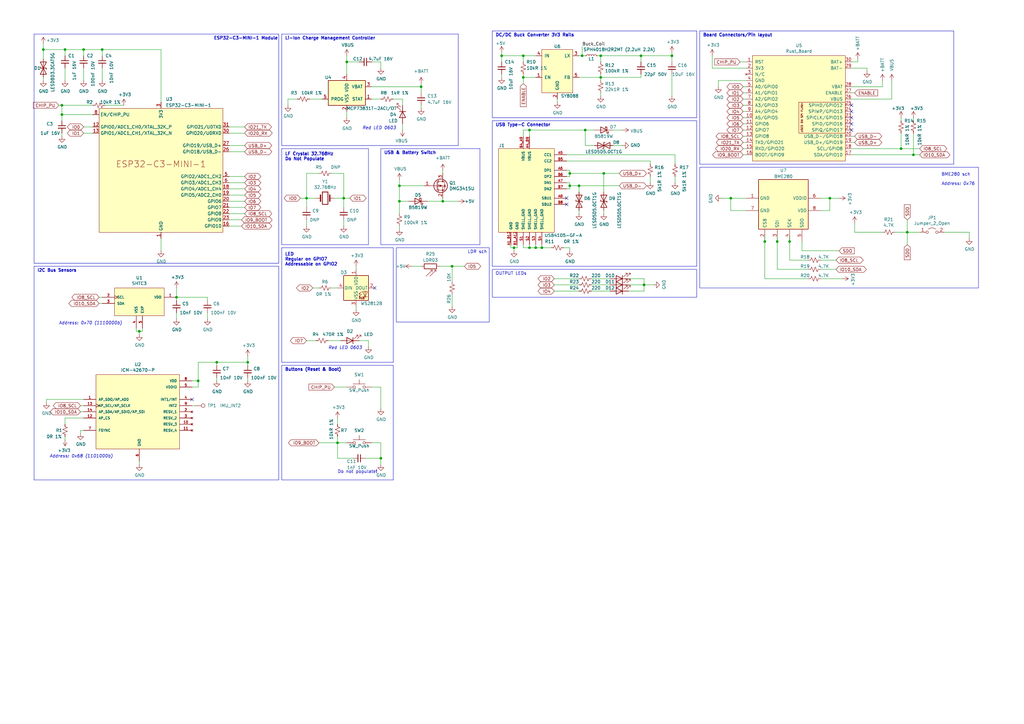
<source format=kicad_sch>
(kicad_sch (version 20230121) (generator eeschema)
  (paper "A3")
  (lib_symbols
    (symbol "Battery_Management:MCP73831-2-OT" (pin_names (offset 1.016))
      (property "Reference" "U" (at -7.62 6.35 0))
      (property "Value" "MCP73831-2-OT" (at 1.27 6.35 0))
      (symbol "MCP73831-2-OT_1_1"
        (pin output line (at 10.16 -2.54 180) (length 2.54) (name "STAT") (number "1"))
        (pin power_in line (at 0 -7.62 90) (length 2.54) (name "VSS") (number "2"))
        (pin power_out line (at 10.16 2.54 180) (length 2.54) (name "VBAT") (number "3"))
        (pin power_in line (at 0 7.62 270) (length 2.54) (name "VDD") (number "4"))
        (pin input line (at -10.16 -2.54 0) (length 2.54) (name "PROG") (number "5"))
      )
    )
    (symbol "Connector:TestPoint" (pin_numbers hide) (pin_names (offset 0.762) hide)
      (property "Reference" "TP" (at 0 6.858 0))
      (property "Value" "TestPoint" (at 0 5.08 0))
      (symbol "TestPoint_1_1"
        (pin passive line (at 0 0 90) (length 2.54) (name "1") (number "1"))
      )
    )
    (symbol "Device:C_Small" (pin_numbers hide) (pin_names (offset 0.254) hide)
      (property "Reference" "C" (at 0.254 1.778 0))
      (property "Value" "C_Small" (at 0.254 -2.032 0))
      (symbol "C_Small_1_1"
        (pin passive line (at 0 2.54 270) (length 2.032) (name "~") (number "1"))
        (pin passive line (at 0 -2.54 90) (length 2.032) (name "~") (number "2"))
      )
    )
    (symbol "Device:Crystal" (pin_numbers hide) (pin_names (offset 1.016) hide)
      (property "Reference" "Y" (at 0 3.81 0))
      (property "Value" "Crystal" (at 0 -3.81 0))
      (symbol "Crystal_1_1"
        (pin passive line (at -3.81 0 0) (length 1.27) (name "1") (number "1"))
        (pin passive line (at 3.81 0 180) (length 1.27) (name "2") (number "2"))
      )
    )
    (symbol "Device:D_Schottky" (pin_numbers hide) (pin_names (offset 1.016) hide)
      (property "Reference" "D" (at 0 2.54 0))
      (property "Value" "D_Schottky" (at 0 -2.54 0))
      (symbol "D_Schottky_1_1"
        (pin passive line (at -3.81 0 0) (length 2.54) (name "K") (number "1"))
        (pin passive line (at 3.81 0 180) (length 2.54) (name "A") (number "2"))
      )
    )
    (symbol "Device:D_TVS" (pin_numbers hide) (pin_names (offset 1.016) hide)
      (property "Reference" "D" (at 0 2.54 0))
      (property "Value" "D_TVS" (at 0 -2.54 0))
      (symbol "D_TVS_1_1"
        (pin passive line (at -3.81 0 0) (length 2.54) (name "A1") (number "1"))
        (pin passive line (at 3.81 0 180) (length 2.54) (name "A2") (number "2"))
      )
    )
    (symbol "Device:LED" (pin_numbers hide) (pin_names (offset 1.016) hide)
      (property "Reference" "D" (at 0 2.54 0))
      (property "Value" "LED" (at 0 -2.54 0))
      (symbol "LED_1_1"
        (pin passive line (at -3.81 0 0) (length 2.54) (name "K") (number "1"))
        (pin passive line (at 3.81 0 180) (length 2.54) (name "A") (number "2"))
      )
    )
    (symbol "Device:L_Small" (pin_numbers hide) (pin_names (offset 0.254) hide)
      (property "Reference" "L" (at 0.762 1.016 0))
      (property "Value" "L_Small" (at 0.762 -1.016 0))
      (symbol "L_Small_1_1"
        (pin passive line (at 0 2.54 270) (length 0.508) (name "~") (number "1"))
        (pin passive line (at 0 -2.54 90) (length 0.508) (name "~") (number "2"))
      )
    )
    (symbol "Device:R_Small_US" (pin_numbers hide) (pin_names (offset 0.254) hide)
      (property "Reference" "R" (at 0.762 0.508 0))
      (property "Value" "R_Small_US" (at 0.762 -1.016 0))
      (symbol "R_Small_US_1_1"
        (pin passive line (at 0 2.54 270) (length 1.016) (name "~") (number "1"))
        (pin passive line (at 0 -2.54 90) (length 1.016) (name "~") (number "2"))
      )
    )
    (symbol "Jumper:Jumper_2_Open" (pin_names (offset 0) hide)
      (property "Reference" "JP" (at 0 2.794 0))
      (property "Value" "Jumper_2_Open" (at 0 -2.286 0))
      (symbol "Jumper_2_Open_1_1"
        (pin passive line (at -5.08 0 0) (length 2.54) (name "A") (number "1"))
        (pin passive line (at 5.08 0 180) (length 2.54) (name "B") (number "2"))
      )
    )
    (symbol "LED:WS2812B" (pin_names (offset 0.254))
      (property "Reference" "D" (at 5.08 5.715 0))
      (property "Value" "WS2812B" (at 1.27 -5.715 0))
      (symbol "WS2812B_0_0"
        (text "RGB" (at 2.286 -4.191 0) (effects (font (size 0.762 0.762))))
      )
      (symbol "WS2812B_1_1"
        (pin power_in line (at 0 7.62 270) (length 2.54) (name "VDD") (number "1"))
        (pin output line (at 7.62 0 180) (length 2.54) (name "DOUT") (number "2"))
        (pin power_in line (at 0 -7.62 90) (length 2.54) (name "VSS") (number "3"))
        (pin input line (at -7.62 0 0) (length 2.54) (name "DIN") (number "4"))
      )
    )
    (symbol "PCM_Espressif:ESP32-C3-MINI-1"
      (property "Reference" "U" (at -25.4 30.48 0))
      (property "Value" "ESP32-C3-MINI-1" (at -25.4 27.94 0))
      (symbol "ESP32-C3-MINI-1_0_0"
        (text "ESP32-C3-MINI-1" (at 0 2.54 0) (effects (font (size 2.54 2.54))))
      )
      (symbol "ESP32-C3-MINI-1_1_1"
        (pin power_in line (at 0 -27.94 90) (length 2.54) (name "GND") (number "1"))
        (pin no_connect line (at -25.4 2.54 0) (length 2.54) hide (name "NC") (number "10"))
        (pin passive line (at 0 -27.94 90) (length 2.54) hide (name "GND") (number "11"))
        (pin bidirectional line (at -27.94 17.78 0) (length 2.54) (name "GPIO0/ADC1_CH0/XTAL_32K_P") (number "12"))
        (pin bidirectional line (at -27.94 15.24 0) (length 2.54) (name "GPIO1/ADC1_CH1/XTAL_32K_N") (number "13"))
        (pin passive line (at 0 -27.94 90) (length 2.54) hide (name "GND") (number "14"))
        (pin no_connect line (at -25.4 0 0) (length 2.54) hide (name "NC") (number "15"))
        (pin bidirectional line (at 27.94 -22.86 180) (length 2.54) (name "GPIO10") (number "16"))
        (pin no_connect line (at -25.4 -2.54 0) (length 2.54) hide (name "NC") (number "17"))
        (pin bidirectional line (at 27.94 -7.62 180) (length 2.54) (name "GPIO4/ADC1_CH4") (number "18"))
        (pin bidirectional line (at 27.94 -10.16 180) (length 2.54) (name "GPIO5/ADC2_CH0") (number "19"))
        (pin passive line (at 0 -27.94 90) (length 2.54) hide (name "GND") (number "2"))
        (pin bidirectional line (at 27.94 -12.7 180) (length 2.54) (name "GPIO6") (number "20"))
        (pin bidirectional line (at 27.94 -15.24 180) (length 2.54) (name "GPIO7") (number "21"))
        (pin bidirectional line (at 27.94 -17.78 180) (length 2.54) (name "GPIO8") (number "22"))
        (pin bidirectional line (at 27.94 -20.32 180) (length 2.54) (name "GPIO9") (number "23"))
        (pin no_connect line (at -25.4 -5.08 0) (length 2.54) hide (name "NC") (number "24"))
        (pin no_connect line (at -25.4 -7.62 0) (length 2.54) hide (name "NC") (number "25"))
        (pin bidirectional line (at 27.94 7.62 180) (length 2.54) (name "GPIO18/USB_D-") (number "26"))
        (pin bidirectional line (at 27.94 10.16 180) (length 2.54) (name "GPIO19/USB_D+") (number "27"))
        (pin no_connect line (at -25.4 -10.16 0) (length 2.54) hide (name "NC") (number "28"))
        (pin no_connect line (at -25.4 -12.7 0) (length 2.54) hide (name "NC") (number "29"))
        (pin power_in line (at 0 27.94 270) (length 2.54) (name "3V3") (number "3"))
        (pin bidirectional line (at 27.94 15.24 180) (length 2.54) (name "GPIO20/U0RXD") (number "30"))
        (pin bidirectional line (at 27.94 17.78 180) (length 2.54) (name "GPIO21/U0TXD") (number "31"))
        (pin no_connect line (at -25.4 -15.24 0) (length 2.54) hide (name "NC") (number "32"))
        (pin no_connect line (at -25.4 -17.78 0) (length 2.54) hide (name "NC") (number "33"))
        (pin no_connect line (at -25.4 -20.32 0) (length 2.54) hide (name "NC") (number "34"))
        (pin no_connect line (at -25.4 -22.86 0) (length 2.54) hide (name "NC") (number "35"))
        (pin passive line (at 0 -27.94 90) (length 2.54) hide (name "GND") (number "36"))
        (pin passive line (at 0 -27.94 90) (length 2.54) hide (name "GND") (number "37"))
        (pin passive line (at 0 -27.94 90) (length 2.54) hide (name "GND") (number "38"))
        (pin passive line (at 0 -27.94 90) (length 2.54) hide (name "GND") (number "39"))
        (pin no_connect line (at -25.4 10.16 0) (length 2.54) hide (name "NC") (number "4"))
        (pin passive line (at 0 -27.94 90) (length 2.54) hide (name "GND") (number "40"))
        (pin passive line (at 0 -27.94 90) (length 2.54) hide (name "GND") (number "41"))
        (pin passive line (at 0 -27.94 90) (length 2.54) hide (name "GND") (number "42"))
        (pin passive line (at 0 -27.94 90) (length 2.54) hide (name "GND") (number "43"))
        (pin passive line (at 0 -27.94 90) (length 2.54) hide (name "GND") (number "44"))
        (pin passive line (at 0 -27.94 90) (length 2.54) hide (name "GND") (number "45"))
        (pin passive line (at 0 -27.94 90) (length 2.54) hide (name "GND") (number "46"))
        (pin passive line (at 0 -27.94 90) (length 2.54) hide (name "GND") (number "47"))
        (pin passive line (at 0 -27.94 90) (length 2.54) hide (name "GND") (number "48"))
        (pin passive line (at 0 -27.94 90) (length 2.54) hide (name "GND") (number "49"))
        (pin bidirectional line (at 27.94 -2.54 180) (length 2.54) (name "GPIO2/ADC1_CH2") (number "5"))
        (pin passive line (at 0 -27.94 90) (length 2.54) hide (name "GND") (number "50"))
        (pin passive line (at 0 -27.94 90) (length 2.54) hide (name "GND") (number "51"))
        (pin passive line (at 0 -27.94 90) (length 2.54) hide (name "GND") (number "52"))
        (pin passive line (at 0 -27.94 90) (length 2.54) hide (name "GND") (number "53"))
        (pin bidirectional line (at 27.94 -5.08 180) (length 2.54) (name "GPIO3/ADC1_CH3") (number "6"))
        (pin no_connect line (at -25.4 7.62 0) (length 2.54) hide (name "NC") (number "7"))
        (pin input line (at -27.94 22.86 0) (length 2.54) (name "EN/CHIP_PU") (number "8"))
        (pin no_connect line (at -25.4 5.08 0) (length 2.54) hide (name "NC") (number "9"))
      )
    )
    (symbol "Rust_Board:ICM-42670-P" (pin_names (offset 1.016))
      (property "Reference" "U" (at 13.97 16.51 0))
      (property "Value" "Rust_Board_ICM-42670-P" (at 2.54 -17.78 0))
      (symbol "ICM-42670-P_0_0"
        (pin bidirectional line (at -22.86 5.08 0) (length 5.08) (name "AP_SDO/AP_AD0") (number "1"))
        (pin no_connect line (at 21.59 -5.08 180) (length 5.08) (name "RESV_3") (number "10"))
        (pin no_connect line (at 21.59 -7.62 180) (length 5.08) (name "RESV_4") (number "11"))
        (pin input line (at -22.86 -2.54 0) (length 5.08) (name "AP_CS") (number "12"))
        (pin input clock (at -22.86 2.54 0) (length 5.08) (name "AP_SCL/AP_SCLK") (number "13"))
        (pin bidirectional line (at -22.86 0 0) (length 5.08) (name "AP_SDA/AP_SDIO/AP_SDI") (number "14"))
        (pin no_connect line (at 21.59 0 180) (length 5.08) (name "RESV_1") (number "2"))
        (pin no_connect line (at 21.59 -2.54 180) (length 5.08) (name "RESV_2") (number "3"))
        (pin output line (at 21.59 5.08 180) (length 5.08) (name "INT1/INT") (number "4"))
        (pin power_in line (at 21.59 10.16 180) (length 5.08) (name "VDDIO") (number "5"))
        (pin power_in line (at 0 -20.32 90) (length 5.08) (name "GND") (number "6"))
        (pin input line (at -22.86 -7.62 0) (length 5.08) (name "FSYNC") (number "7"))
        (pin power_in line (at 21.59 12.7 180) (length 5.08) (name "VDD") (number "8"))
        (pin output line (at 21.59 2.54 180) (length 5.08) (name "INT2") (number "9"))
      )
    )
    (symbol "Rust_Board:Rust_Board" (pin_names (offset 1.016))
      (property "Reference" "U" (at 0 22.86 0))
      (property "Value" "Rust_Board" (at 0 -22.86 0))
      (symbol "Rust_Board_0_0"
        (text "USED ON SPI FLASH" (at 1.27 -3.81 900) (effects (font (size 0.7874 0.7874))))
      )
      (symbol "Rust_Board_1_1"
        (pin input line (at -21.59 19.05 0) (length 2.54) (name "RST") (number "1"))
        (pin bidirectional line (at -21.59 -3.81 0) (length 2.54) (name "A5/GPIO5") (number "10"))
        (pin bidirectional line (at -21.59 -6.35 0) (length 2.54) (name "GPIO6") (number "11"))
        (pin bidirectional line (at -21.59 -8.89 0) (length 2.54) (name "GPIO7") (number "12"))
        (pin bidirectional line (at -21.59 -11.43 0) (length 2.54) (name "GPIO8") (number "13"))
        (pin bidirectional line (at -21.59 -13.97 0) (length 2.54) (name "TXD/GPIO21") (number "14"))
        (pin bidirectional line (at -21.59 -16.51 0) (length 2.54) (name "RXD/GPIO20") (number "15"))
        (pin bidirectional line (at -21.59 -19.05 0) (length 2.54) (name "BOOT/GPIO9") (number "16"))
        (pin bidirectional line (at 21.59 -19.05 180) (length 2.54) (name "SDA/GPIO10") (number "17"))
        (pin bidirectional line (at 21.59 -16.51 180) (length 2.54) (name "SCL/GPIO8") (number "18"))
        (pin bidirectional line (at 21.59 -13.97 180) (length 2.54) (name "USB_D+/GPIO19") (number "19"))
        (pin power_in line (at -21.59 16.51 0) (length 2.54) (name "3V3") (number "2"))
        (pin bidirectional line (at 21.59 -11.43 180) (length 2.54) (name "USB_D-/GPIO18") (number "20"))
        (pin bidirectional line (at 21.59 -8.89 180) (length 2.54) (name "SPIQ/GPIO17") (number "21"))
        (pin bidirectional line (at 21.59 -6.35 180) (length 2.54) (name "SPID/GPIO16") (number "22"))
        (pin bidirectional line (at 21.59 -3.81 180) (length 2.54) (name "SPICLK/GPIO15") (number "23"))
        (pin bidirectional line (at 21.59 -1.27 180) (length 2.54) (name "SPIWP/GPIO13") (number "24"))
        (pin bidirectional line (at 21.59 1.27 180) (length 2.54) (name "SPIHD/GPIO12") (number "25"))
        (pin power_in line (at 21.59 3.81 180) (length 2.54) (name "VBUS") (number "26"))
        (pin input line (at 21.59 6.35 180) (length 2.54) (name "ENABLE") (number "27"))
        (pin power_in line (at 21.59 8.89 180) (length 2.54) (name "VBAT") (number "28"))
        (pin power_in line (at 21.59 16.51 180) (length 2.54) (name "BAT-") (number "29"))
        (pin no_connect line (at -21.59 13.97 0) (length 2.54) (name "N/C") (number "3"))
        (pin power_in line (at 21.59 19.05 180) (length 2.54) (name "BAT+") (number "30"))
        (pin power_in line (at -21.59 11.43 0) (length 2.54) (name "GND") (number "4"))
        (pin bidirectional line (at -21.59 8.89 0) (length 2.54) (name "A0/GPIO0") (number "5"))
        (pin bidirectional line (at -21.59 6.35 0) (length 2.54) (name "A1/GPIO1") (number "6"))
        (pin bidirectional line (at -21.59 3.81 0) (length 2.54) (name "A2/GPIO2") (number "7"))
        (pin bidirectional line (at -21.59 1.27 0) (length 2.54) (name "A3/GPIO3") (number "8"))
        (pin bidirectional line (at -21.59 -1.27 0) (length 2.54) (name "A4/GPIO4") (number "9"))
      )
    )
    (symbol "Rust_Board:SHTC3" (pin_names (offset 1.016))
      (property "Reference" "U" (at 7.62 2.54 0))
      (property "Value" "SHTC3" (at 3.81 -12.7 0))
      (symbol "SHTC3_0_0"
        (pin power_in line (at 15.24 -2.54 180) (length 5.08) (name "VDD") (number "1"))
        (pin bidirectional clock (at -15.24 -2.54 0) (length 5.08) (name "SCL") (number "2"))
        (pin bidirectional line (at -15.24 -5.08 0) (length 5.08) (name "SDA") (number "3"))
        (pin power_in line (at -1.27 -15.24 90) (length 5.08) (name "VSS") (number "4"))
        (pin power_in line (at 1.27 -15.24 90) (length 5.08) (name "EXP") (number "5"))
      )
    )
    (symbol "Rust_Board:SY8088" (pin_names (offset 1.016))
      (property "Reference" "U" (at 5.08 10.16 0))
      (property "Value" "Rust_Board_SY8088" (at -6.35 10.16 0))
      (symbol "SY8088_1_1"
        (pin input line (at -8.89 -2.54 0) (length 2.54) (name "EN") (number "1"))
        (pin power_in line (at 0 -11.43 90) (length 2.54) (name "GND") (number "2"))
        (pin power_out line (at 8.89 6.35 180) (length 2.54) (name "LX") (number "3"))
        (pin power_in line (at -8.89 6.35 0) (length 2.54) (name "IN") (number "4"))
        (pin input line (at 8.89 -2.54 180) (length 2.54) (name "FB") (number "5"))
      )
    )
    (symbol "Rust_Board:USB4105-GF-A" (pin_names (offset 1.016))
      (property "Reference" "J" (at 8.89 17.78 0))
      (property "Value" "Rust_Board_USB4105-GF-A" (at 7.62 -20.32 0))
      (symbol "USB4105-GF-A_0_0"
        (pin power_in line (at -6.35 -22.86 90) (length 5.08) (name "GND") (number "A1_B12"))
        (pin power_in line (at 1.27 21.59 270) (length 5.08) (name "VBUS") (number "A4_B9"))
        (pin bidirectional line (at 16.51 13.97 180) (length 5.08) (name "CC1") (number "A5"))
        (pin bidirectional line (at 16.51 7.62 180) (length 5.08) (name "DP1") (number "A6"))
        (pin bidirectional line (at 16.51 2.54 180) (length 5.08) (name "DN1") (number "A7"))
        (pin bidirectional line (at 16.51 -3.81 180) (length 5.08) (name "SBU1") (number "A8"))
        (pin power_in line (at -3.81 -22.86 90) (length 5.08) (name "GND") (number "B1_A12"))
        (pin power_in line (at -1.27 21.59 270) (length 5.08) (name "VBUS") (number "B4_A9"))
        (pin bidirectional line (at 16.51 11.43 180) (length 5.08) (name "CC2") (number "B5"))
        (pin bidirectional line (at 16.51 5.08 180) (length 5.08) (name "DP2") (number "B6"))
        (pin bidirectional line (at 16.51 0 180) (length 5.08) (name "DN2") (number "B7"))
        (pin bidirectional line (at 16.51 -6.35 180) (length 5.08) (name "SBU2") (number "B8"))
        (pin power_in line (at -1.27 -22.86 90) (length 5.08) (name "SHELL_GND") (number "S1"))
        (pin power_in line (at 1.27 -22.86 90) (length 5.08) (name "SHELL_GND") (number "S2"))
        (pin power_in line (at 3.81 -22.86 90) (length 5.08) (name "SHELL_GND") (number "S3"))
        (pin power_in line (at 6.35 -22.86 90) (length 5.08) (name "SHELL_GND") (number "S4"))
      )
    )
    (symbol "Sensor:BME280"
      (property "Reference" "U" (at -8.89 11.43 0))
      (property "Value" "BME280" (at 7.62 11.43 0))
      (symbol "BME280_1_1"
        (pin power_in line (at -2.54 -15.24 90) (length 5.08) (name "GND") (number "1"))
        (pin input line (at 15.24 -7.62 180) (length 5.08) (name "CSB") (number "2"))
        (pin bidirectional line (at 15.24 -2.54 180) (length 5.08) (name "SDI") (number "3"))
        (pin input line (at 15.24 2.54 180) (length 5.08) (name "SCK") (number "4"))
        (pin bidirectional line (at 15.24 7.62 180) (length 5.08) (name "SDO") (number "5"))
        (pin power_in line (at -2.54 15.24 270) (length 5.08) (name "VDDIO") (number "6"))
        (pin power_in line (at 2.54 -15.24 90) (length 5.08) (name "GND") (number "7"))
        (pin power_in line (at 2.54 15.24 270) (length 5.08) (name "VDD") (number "8"))
      )
    )
    (symbol "Sensor_Optical:LDR03" (pin_numbers hide) (pin_names (offset 0))
      (property "Reference" "R" (at -5.08 0 90))
      (property "Value" "LDR03" (at 1.905 0 90))
      (symbol "LDR03_1_1"
        (pin passive line (at 0 3.81 270) (length 1.27) (name "~") (number "1"))
        (pin passive line (at 0 -3.81 90) (length 1.27) (name "~") (number "2"))
      )
    )
    (symbol "Switch:SW_Push" (pin_numbers hide) (pin_names (offset 1.016) hide)
      (property "Reference" "SW" (at 1.27 2.54 0))
      (property "Value" "SW_Push" (at 0 -1.524 0))
      (symbol "SW_Push_0_1"
        (pin passive line (at -5.08 0 0) (length 2.54) (name "1") (number "1"))
        (pin passive line (at 5.08 0 180) (length 2.54) (name "2") (number "2"))
      )
    )
    (symbol "Transistor_FET:DMG2301L" (pin_names hide)
      (property "Reference" "Q" (at 5.08 1.905 0))
      (property "Value" "DMG2301L" (at 5.08 0 0))
      (symbol "DMG2301L_1_1"
        (pin input line (at -5.08 0 0) (length 2.54) (name "G") (number "1"))
        (pin passive line (at 2.54 -5.08 90) (length 2.54) (name "S") (number "2"))
        (pin passive line (at 2.54 5.08 270) (length 2.54) (name "D") (number "3"))
      )
    )
    (symbol "power:+3V3" (power) (pin_names (offset 0))
      (property "Value" "+3V3" (at 0 3.556 0))
      (symbol "+3V3_1_1"
        (pin power_in line (at 0 0 90) (length 0) hide (name "+3V3") (number "1"))
      )
    )
    (symbol "power:+5V" (power) (pin_names (offset 0))
      (property "Value" "+5V" (at 0 3.556 0))
      (symbol "+5V_1_1"
        (pin power_in line (at 0 0 90) (length 0) hide (name "+5V") (number "1"))
      )
    )
    (symbol "power:+BATT" (power) (pin_names (offset 0))
      (property "Value" "+BATT" (at 0 3.556 0))
      (symbol "+BATT_1_1"
        (pin power_in line (at 0 0 90) (length 0) hide (name "+BATT") (number "1"))
      )
    )
    (symbol "power:GND" (power) (pin_names (offset 0))
      (property "Value" "GND" (at 0 -3.81 0))
      (symbol "GND_1_1"
        (pin power_in line (at 0 0 270) (length 0) hide (name "GND") (number "1"))
      )
    )
    (symbol "power:VBUS" (power) (pin_names (offset 0))
      (property "Value" "VBUS" (at 0 3.81 0))
      (symbol "VBUS_1_1"
        (pin power_in line (at 0 0 90) (length 0) hide (name "VBUS") (number "1"))
      )
    )
  )
  (junction (at 219.71 101.6))
  (junction (at 172.72 35.56))
  (junction (at 101.6 148.59))
  (junction (at 323.85 99.06))
  (junction (at 214.63 22.86))
  (junction (at 318.77 99.06))
  (junction (at 264.16 116.84))
  (junction (at 299.72 81.28))
  (junction (at 238.76 22.86))
  (junction (at 222.25 101.6))
  (junction (at 247.65 71.12))
  (junction (at 233.68 76.2))
  (junction (at 163.83 82.55))
  (junction (at 72.39 121.92))
  (junction (at 340.36 81.28))
  (junction (at 81.28 156.21))
  (junction (at 233.68 71.12))
  (junction (at 240.03 53.34))
  (junction (at 138.43 181.61))
  (junction (at 125.73 81.28))
  (junction (at 181.61 82.55))
  (junction (at 369.57 60.96))
  (junction (at 41.91 20.32))
  (junction (at 25.4 43.18))
  (junction (at 210.82 101.6))
  (junction (at 57.15 135.89))
  (junction (at 34.29 20.32))
  (junction (at 17.78 20.32))
  (junction (at 205.74 22.86))
  (junction (at 246.38 31.75))
  (junction (at 237.49 76.2))
  (junction (at 140.97 81.28))
  (junction (at 142.24 25.4))
  (junction (at 372.11 95.25))
  (junction (at 262.89 22.86))
  (junction (at 26.67 20.32))
  (junction (at 374.65 63.5))
  (junction (at 313.69 99.06))
  (junction (at 185.42 109.22))
  (junction (at 163.83 76.2))
  (junction (at 275.59 22.86))
  (junction (at 246.38 22.86))
  (junction (at 217.17 101.6))
  (junction (at 214.63 31.75))
  (junction (at 156.21 187.96))
  (junction (at 88.9 148.59))
  (junction (at 217.17 53.34))
  (junction (at 25.4 46.99))
  (no_connect (at 349.25 48.26))
  (no_connect (at 349.25 45.72))
  (no_connect (at 232.41 81.28))
  (no_connect (at 349.25 50.8))
  (no_connect (at 349.25 43.18))
  (no_connect (at 153.67 118.11))
  (no_connect (at 232.41 83.82))
  (no_connect (at 349.25 53.34))
  (no_connect (at 78.74 163.83))
  (polyline (pts (xy 201.93 49.53) (xy 201.93 109.22)))
  (wire (pts (xy 264.16 116.84) (xy 267.97 116.84)))
  (wire (pts (xy 101.6 149.86) (xy 101.6 148.59)))
  (wire (pts (xy 374.65 63.5) (xy 377.19 63.5)))
  (wire (pts (xy 292.1 22.86) (xy 292.1 27.94)))
  (wire (pts (xy 85.09 128.27) (xy 85.09 130.81)))
  (wire (pts (xy 180.34 109.22) (xy 185.42 109.22)))
  (wire (pts (xy 81.28 158.75) (xy 81.28 156.21)))
  (polyline (pts (xy 201.93 12.7) (xy 201.93 48.26)))
  (wire (pts (xy 137.16 81.28) (xy 140.97 81.28)))
  (wire (pts (xy 351.79 25.4) (xy 351.79 24.13)))
  (wire (pts (xy 242.57 114.3) (xy 250.19 114.3)))
  (wire (pts (xy 328.93 102.87) (xy 344.17 102.87)))
  (wire (pts (xy 156.21 181.61) (xy 156.21 187.96)))
  (wire (pts (xy 299.72 81.28) (xy 306.07 81.28)))
  (wire (pts (xy 232.41 66.04) (xy 266.7 66.04)))
  (wire (pts (xy 156.21 187.96) (xy 156.21 190.5)))
  (wire (pts (xy 151.13 139.7) (xy 151.13 142.24)))
  (wire (pts (xy 152.4 25.4) (xy 156.21 25.4)))
  (wire (pts (xy 33.02 166.37) (xy 34.29 166.37)))
  (wire (pts (xy 26.67 22.86) (xy 26.67 20.32)))
  (wire (pts (xy 231.14 101.6) (xy 233.68 101.6)))
  (wire (pts (xy 93.98 59.69) (xy 100.33 59.69)))
  (wire (pts (xy 121.92 40.64) (xy 118.11 40.64)))
  (wire (pts (xy 78.74 158.75) (xy 81.28 158.75)))
  (wire (pts (xy 361.95 35.56) (xy 361.95 33.02)))
  (wire (pts (xy 142.24 22.86) (xy 142.24 25.4)))
  (wire (pts (xy 127 40.64) (xy 132.08 40.64)))
  (wire (pts (xy 237.49 87.63) (xy 237.49 86.36)))
  (wire (pts (xy 156.21 158.75) (xy 156.21 167.64)))
  (wire (pts (xy 130.81 181.61) (xy 138.43 181.61)))
  (polyline (pts (xy 391.16 12.7) (xy 391.16 67.31)))
  (polyline (pts (xy 114.3 107.95) (xy 114.3 13.97)))
  (wire (pts (xy 142.24 25.4) (xy 142.24 30.48)))
  (wire (pts (xy 142.24 25.4) (xy 147.32 25.4)))
  (wire (pts (xy 214.63 30.48) (xy 214.63 31.75)))
  (wire (pts (xy 210.82 101.6) (xy 212.09 101.6)))
  (wire (pts (xy 237.49 31.75) (xy 246.38 31.75)))
  (polyline (pts (xy 115.57 149.86) (xy 115.57 196.85)))
  (wire (pts (xy 26.67 180.34) (xy 26.67 179.07)))
  (wire (pts (xy 318.77 96.52) (xy 318.77 99.06)))
  (wire (pts (xy 138.43 179.07) (xy 138.43 181.61)))
  (wire (pts (xy 349.25 55.88) (xy 350.52 55.88)))
  (wire (pts (xy 232.41 69.85) (xy 233.68 69.85)))
  (wire (pts (xy 247.65 78.74) (xy 247.65 71.12)))
  (wire (pts (xy 294.64 33.02) (xy 306.07 33.02)))
  (wire (pts (xy 140.97 71.12) (xy 140.97 81.28)))
  (wire (pts (xy 251.46 53.34) (xy 255.27 53.34)))
  (wire (pts (xy 138.43 171.45) (xy 138.43 173.99)))
  (wire (pts (xy 152.4 35.56) (xy 172.72 35.56)))
  (wire (pts (xy 233.68 76.2) (xy 233.68 77.47)))
  (wire (pts (xy 152.4 40.64) (xy 156.21 40.64)))
  (polyline (pts (xy 196.85 60.96) (xy 156.21 60.96)))
  (wire (pts (xy 251.46 59.69) (xy 255.27 59.69)))
  (wire (pts (xy 299.72 81.28) (xy 299.72 86.36)))
  (wire (pts (xy 374.65 54.61) (xy 374.65 63.5)))
  (wire (pts (xy 349.25 63.5) (xy 374.65 63.5)))
  (wire (pts (xy 57.15 135.89) (xy 58.42 135.89)))
  (wire (pts (xy 262.89 31.75) (xy 246.38 31.75)))
  (wire (pts (xy 146.05 125.73) (xy 146.05 127)))
  (wire (pts (xy 205.74 22.86) (xy 214.63 22.86)))
  (wire (pts (xy 233.68 101.6) (xy 233.68 102.87)))
  (wire (pts (xy 175.26 82.55) (xy 181.61 82.55)))
  (wire (pts (xy 34.29 54.61) (xy 38.1 54.61)))
  (wire (pts (xy 349.25 38.1) (xy 350.52 38.1)))
  (wire (pts (xy 135.89 118.11) (xy 138.43 118.11)))
  (wire (pts (xy 304.8 50.8) (xy 306.07 50.8)))
  (wire (pts (xy 85.09 123.19) (xy 85.09 121.92)))
  (polyline (pts (xy 115.57 148.59) (xy 161.29 148.59)))
  (wire (pts (xy 304.8 35.56) (xy 306.07 35.56)))
  (wire (pts (xy 349.25 25.4) (xy 351.79 25.4)))
  (wire (pts (xy 349.25 27.94) (xy 355.6 27.94)))
  (wire (pts (xy 93.98 62.23) (xy 100.33 62.23)))
  (wire (pts (xy 125.73 90.17) (xy 125.73 92.71)))
  (wire (pts (xy 304.8 45.72) (xy 306.07 45.72)))
  (wire (pts (xy 101.6 148.59) (xy 88.9 148.59)))
  (wire (pts (xy 275.59 21.59) (xy 275.59 22.86)))
  (wire (pts (xy 247.65 71.12) (xy 254 71.12)))
  (wire (pts (xy 185.42 109.22) (xy 185.42 115.57)))
  (wire (pts (xy 369.57 54.61) (xy 369.57 60.96)))
  (wire (pts (xy 149.86 187.96) (xy 156.21 187.96)))
  (wire (pts (xy 294.64 33.02) (xy 294.64 35.56)))
  (wire (pts (xy 173.99 76.2) (xy 163.83 76.2)))
  (wire (pts (xy 38.1 46.99) (xy 25.4 46.99)))
  (wire (pts (xy 369.57 48.26) (xy 369.57 49.53)))
  (wire (pts (xy 93.98 90.17) (xy 99.06 90.17)))
  (wire (pts (xy 172.72 35.56) (xy 172.72 38.1)))
  (wire (pts (xy 264.16 116.84) (xy 264.16 119.38)))
  (wire (pts (xy 58.42 135.89) (xy 58.42 134.62)))
  (wire (pts (xy 134.62 139.7) (xy 139.7 139.7)))
  (wire (pts (xy 217.17 53.34) (xy 217.17 55.88)))
  (wire (pts (xy 93.98 87.63) (xy 100.33 87.63)))
  (wire (pts (xy 304.8 48.26) (xy 306.07 48.26)))
  (polyline (pts (xy 115.57 13.97) (xy 187.96 13.97)))
  (wire (pts (xy 212.09 101.6) (xy 212.09 100.33)))
  (wire (pts (xy 72.39 128.27) (xy 72.39 130.81)))
  (wire (pts (xy 93.98 85.09) (xy 100.33 85.09)))
  (wire (pts (xy 101.6 146.05) (xy 101.6 148.59)))
  (wire (pts (xy 172.72 34.29) (xy 172.72 35.56)))
  (polyline (pts (xy 287.02 67.31) (xy 391.16 67.31)))
  (wire (pts (xy 93.98 52.07) (xy 100.33 52.07)))
  (wire (pts (xy 34.29 20.32) (xy 34.29 22.86)))
  (wire (pts (xy 227.33 119.38) (xy 237.49 119.38)))
  (wire (pts (xy 246.38 38.1) (xy 246.38 39.37)))
  (wire (pts (xy 125.73 81.28) (xy 123.19 81.28)))
  (wire (pts (xy 181.61 71.12) (xy 181.61 69.85)))
  (wire (pts (xy 257.81 119.38) (xy 264.16 119.38)))
  (wire (pts (xy 34.29 163.83) (xy 19.05 163.83)))
  (wire (pts (xy 129.54 81.28) (xy 125.73 81.28)))
  (wire (pts (xy 372.11 95.25) (xy 377.19 95.25)))
  (wire (pts (xy 304.8 40.64) (xy 306.07 40.64)))
  (wire (pts (xy 304.8 43.18) (xy 306.07 43.18)))
  (wire (pts (xy 219.71 100.33) (xy 219.71 101.6)))
  (wire (pts (xy 181.61 81.28) (xy 181.61 82.55)))
  (polyline (pts (xy 161.29 149.86) (xy 115.57 149.86)))
  (wire (pts (xy 138.43 181.61) (xy 142.24 181.61)))
  (polyline (pts (xy 156.21 60.96) (xy 156.21 100.33)))
  (wire (pts (xy 185.42 109.22) (xy 190.5 109.22)))
  (wire (pts (xy 246.38 22.86) (xy 262.89 22.86)))
  (wire (pts (xy 152.4 158.75) (xy 156.21 158.75)))
  (wire (pts (xy 266.7 66.04) (xy 266.7 67.31)))
  (wire (pts (xy 26.67 20.32) (xy 34.29 20.32)))
  (polyline (pts (xy 161.29 101.6) (xy 161.29 148.59)))
  (wire (pts (xy 349.25 40.64) (xy 365.76 40.64)))
  (wire (pts (xy 55.88 135.89) (xy 57.15 135.89)))
  (wire (pts (xy 214.63 31.75) (xy 214.63 34.29)))
  (wire (pts (xy 146.05 109.22) (xy 146.05 110.49)))
  (wire (pts (xy 246.38 30.48) (xy 246.38 31.75)))
  (wire (pts (xy 156.21 25.4) (xy 156.21 27.94)))
  (wire (pts (xy 340.36 81.28) (xy 344.17 81.28)))
  (wire (pts (xy 295.91 81.28) (xy 299.72 81.28)))
  (wire (pts (xy 304.8 38.1) (xy 306.07 38.1)))
  (wire (pts (xy 304.8 60.96) (xy 306.07 60.96)))
  (wire (pts (xy 40.64 124.46) (xy 41.91 124.46)))
  (polyline (pts (xy 115.57 196.85) (xy 161.29 196.85)))
  (polyline (pts (xy 287.02 12.7) (xy 287.02 67.31)))
  (polyline (pts (xy 115.57 60.96) (xy 115.57 100.33)))
  (polyline (pts (xy 13.97 13.97) (xy 114.3 13.97)))
  (wire (pts (xy 240.03 59.69) (xy 240.03 53.34)))
  (wire (pts (xy 323.85 99.06) (xy 323.85 106.68)))
  (wire (pts (xy 372.11 90.17) (xy 372.11 95.25)))
  (wire (pts (xy 387.35 95.25) (xy 397.51 95.25)))
  (wire (pts (xy 372.11 100.33) (xy 372.11 95.25)))
  (wire (pts (xy 101.6 154.94) (xy 101.6 156.21)))
  (wire (pts (xy 349.25 58.42) (xy 350.52 58.42)))
  (wire (pts (xy 66.04 97.79) (xy 66.04 102.87)))
  (wire (pts (xy 318.77 110.49) (xy 331.47 110.49)))
  (wire (pts (xy 55.88 134.62) (xy 55.88 135.89)))
  (polyline (pts (xy 201.93 48.26) (xy 285.75 48.26)))
  (wire (pts (xy 336.55 110.49) (xy 342.9 110.49)))
  (wire (pts (xy 163.83 82.55) (xy 163.83 87.63)))
  (wire (pts (xy 181.61 82.55) (xy 187.96 82.55)))
  (wire (pts (xy 365.76 33.02) (xy 365.76 40.64)))
  (wire (pts (xy 222.25 101.6) (xy 226.06 101.6)))
  (polyline (pts (xy 115.57 101.6) (xy 115.57 148.59)))
  (wire (pts (xy 138.43 187.96) (xy 138.43 181.61)))
  (wire (pts (xy 34.29 27.94) (xy 34.29 33.02)))
  (wire (pts (xy 34.29 171.45) (xy 26.67 171.45)))
  (wire (pts (xy 242.57 119.38) (xy 250.19 119.38)))
  (wire (pts (xy 214.63 100.33) (xy 214.63 101.6)))
  (wire (pts (xy 72.39 118.11) (xy 72.39 121.92)))
  (wire (pts (xy 275.59 30.48) (xy 275.59 39.37)))
  (wire (pts (xy 292.1 27.94) (xy 306.07 27.94)))
  (wire (pts (xy 147.32 139.7) (xy 151.13 139.7)))
  (wire (pts (xy 369.57 60.96) (xy 377.19 60.96)))
  (wire (pts (xy 336.55 81.28) (xy 340.36 81.28)))
  (wire (pts (xy 214.63 22.86) (xy 219.71 22.86)))
  (wire (pts (xy 243.84 59.69) (xy 240.03 59.69)))
  (wire (pts (xy 217.17 100.33) (xy 217.17 101.6)))
  (wire (pts (xy 24.13 43.18) (xy 25.4 43.18)))
  (wire (pts (xy 41.91 27.94) (xy 41.91 33.02)))
  (wire (pts (xy 232.41 63.5) (xy 276.86 63.5)))
  (wire (pts (xy 66.04 20.32) (xy 66.04 41.91)))
  (wire (pts (xy 264.16 114.3) (xy 264.16 116.84)))
  (wire (pts (xy 57.15 189.23) (xy 57.15 190.5)))
  (wire (pts (xy 304.8 63.5) (xy 306.07 63.5)))
  (wire (pts (xy 125.73 81.28) (xy 125.73 85.09)))
  (wire (pts (xy 336.55 106.68) (xy 342.9 106.68)))
  (wire (pts (xy 78.74 156.21) (xy 81.28 156.21)))
  (wire (pts (xy 140.97 81.28) (xy 143.51 81.28)))
  (polyline (pts (xy 156.21 100.33) (xy 196.85 100.33)))
  (wire (pts (xy 33.02 168.91) (xy 34.29 168.91)))
  (wire (pts (xy 349.25 60.96) (xy 369.57 60.96)))
  (wire (pts (xy 323.85 96.52) (xy 323.85 99.06)))
  (wire (pts (xy 328.93 99.06) (xy 328.93 102.87)))
  (wire (pts (xy 41.91 20.32) (xy 34.29 20.32)))
  (wire (pts (xy 25.4 43.18) (xy 38.1 43.18)))
  (wire (pts (xy 137.16 158.75) (xy 142.24 158.75)))
  (wire (pts (xy 306.07 86.36) (xy 299.72 86.36)))
  (wire (pts (xy 257.81 116.84) (xy 264.16 116.84)))
  (polyline (pts (xy 287.02 12.7) (xy 391.16 12.7)))
  (wire (pts (xy 266.7 72.39) (xy 266.7 74.93)))
  (wire (pts (xy 233.68 71.12) (xy 247.65 71.12)))
  (polyline (pts (xy 13.97 107.95) (xy 13.97 13.97)))
  (wire (pts (xy 165.1 40.64) (xy 165.1 43.18)))
  (wire (pts (xy 93.98 82.55) (xy 100.33 82.55)))
  (wire (pts (xy 140.97 90.17) (xy 140.97 92.71)))
  (wire (pts (xy 240.03 53.34) (xy 243.84 53.34)))
  (wire (pts (xy 93.98 80.01) (xy 100.33 80.01)))
  (wire (pts (xy 304.8 53.34) (xy 306.07 53.34)))
  (wire (pts (xy 185.42 120.65) (xy 185.42 125.73)))
  (wire (pts (xy 233.68 74.93) (xy 233.68 76.2)))
  (wire (pts (xy 214.63 101.6) (xy 217.17 101.6)))
  (wire (pts (xy 313.69 99.06) (xy 313.69 114.3)))
  (wire (pts (xy 209.55 101.6) (xy 210.82 101.6)))
  (wire (pts (xy 128.27 118.11) (xy 130.81 118.11)))
  (polyline (pts (xy 196.85 100.33) (xy 196.85 60.96)))
  (wire (pts (xy 340.36 81.28) (xy 340.36 86.36)))
  (wire (pts (xy 205.74 30.48) (xy 205.74 31.75)))
  (wire (pts (xy 81.28 148.59) (xy 81.28 156.21)))
  (wire (pts (xy 138.43 187.96) (xy 144.78 187.96)))
  (wire (pts (xy 374.65 48.26) (xy 374.65 49.53)))
  (wire (pts (xy 233.68 76.2) (xy 237.49 76.2)))
  (wire (pts (xy 217.17 101.6) (xy 219.71 101.6)))
  (wire (pts (xy 247.65 87.63) (xy 247.65 86.36)))
  (wire (pts (xy 219.71 101.6) (xy 222.25 101.6)))
  (wire (pts (xy 336.55 86.36) (xy 340.36 86.36)))
  (wire (pts (xy 209.55 100.33) (xy 209.55 101.6)))
  (wire (pts (xy 88.9 154.94) (xy 88.9 156.21)))
  (wire (pts (xy 227.33 116.84) (xy 237.49 116.84)))
  (wire (pts (xy 93.98 54.61) (xy 100.33 54.61)))
  (wire (pts (xy 214.63 25.4) (xy 214.63 22.86)))
  (wire (pts (xy 323.85 106.68) (xy 331.47 106.68)))
  (polyline (pts (xy 115.57 13.97) (xy 115.57 59.69)))
  (wire (pts (xy 17.78 20.32) (xy 17.78 24.13)))
  (wire (pts (xy 257.81 114.3) (xy 264.16 114.3)))
  (polyline (pts (xy 13.97 196.85) (xy 114.3 196.85)))
  (wire (pts (xy 237.49 76.2) (xy 254 76.2)))
  (wire (pts (xy 25.4 54.61) (xy 25.4 55.88)))
  (wire (pts (xy 25.4 46.99) (xy 25.4 49.53)))
  (wire (pts (xy 93.98 92.71) (xy 99.06 92.71)))
  (polyline (pts (xy 114.3 109.22) (xy 114.3 196.85)))
  (wire (pts (xy 172.72 44.45) (xy 172.72 43.18)))
  (wire (pts (xy 118.11 40.64) (xy 118.11 43.18)))
  (polyline (pts (xy 161.29 196.85) (xy 161.29 149.86)))
  (wire (pts (xy 205.74 25.4) (xy 205.74 22.86)))
  (polyline (pts (xy 13.97 109.22) (xy 114.3 109.22)))
  (wire (pts (xy 349.25 35.56) (xy 361.95 35.56)))
  (wire (pts (xy 140.97 81.28) (xy 140.97 85.09)))
  (wire (pts (xy 210.82 101.6) (xy 210.82 102.87)))
  (wire (pts (xy 167.64 82.55) (xy 163.83 82.55)))
  (wire (pts (xy 276.86 63.5) (xy 276.86 67.31)))
  (wire (pts (xy 276.86 72.39) (xy 276.86 74.93)))
  (wire (pts (xy 34.29 52.07) (xy 38.1 52.07)))
  (wire (pts (xy 233.68 77.47) (xy 232.41 77.47)))
  (wire (pts (xy 72.39 123.19) (xy 72.39 121.92)))
  (wire (pts (xy 40.64 121.92) (xy 41.91 121.92)))
  (wire (pts (xy 26.67 171.45) (xy 26.67 173.99)))
  (wire (pts (xy 246.38 31.75) (xy 246.38 33.02)))
  (wire (pts (xy 232.41 74.93) (xy 233.68 74.93)))
  (wire (pts (xy 88.9 148.59) (xy 81.28 148.59)))
  (wire (pts (xy 246.38 22.86) (xy 246.38 25.4)))
  (polyline (pts (xy 151.13 60.96) (xy 115.57 60.96)))
  (wire (pts (xy 214.63 31.75) (xy 219.71 31.75)))
  (wire (pts (xy 237.49 22.86) (xy 238.76 22.86)))
  (wire (pts (xy 93.98 72.39) (xy 100.33 72.39)))
  (wire (pts (xy 355.6 29.21) (xy 355.6 27.94)))
  (wire (pts (xy 163.83 73.66) (xy 163.83 76.2)))
  (wire (pts (xy 161.29 40.64) (xy 165.1 40.64)))
  (wire (pts (xy 130.81 71.12) (xy 125.73 71.12)))
  (wire (pts (xy 93.98 74.93) (xy 100.33 74.93)))
  (wire (pts (xy 78.74 166.37) (xy 80.01 166.37)))
  (wire (pts (xy 205.74 21.59) (xy 205.74 22.86)))
  (wire (pts (xy 93.98 77.47) (xy 100.33 77.47)))
  (wire (pts (xy 26.67 33.02) (xy 26.67 27.94)))
  (wire (pts (xy 125.73 71.12) (xy 125.73 81.28)))
  (wire (pts (xy 125.73 139.7) (xy 129.54 139.7)))
  (wire (pts (xy 135.89 71.12) (xy 140.97 71.12)))
  (polyline (pts (xy 115.57 100.33) (xy 151.13 100.33)))
  (wire (pts (xy 34.29 176.53) (xy 33.02 176.53)))
  (wire (pts (xy 17.78 17.78) (xy 17.78 20.32)))
  (wire (pts (xy 350.52 95.25) (xy 361.95 95.25)))
  (wire (pts (xy 25.4 43.18) (xy 25.4 46.99)))
  (wire (pts (xy 238.76 19.05) (xy 238.76 22.86)))
  (wire (pts (xy 217.17 53.34) (xy 240.03 53.34)))
  (wire (pts (xy 262.89 30.48) (xy 262.89 31.75)))
  (polyline (pts (xy 201.93 49.53) (xy 285.75 49.53)))
  (wire (pts (xy 214.63 53.34) (xy 214.63 55.88)))
  (polyline (pts (xy 201.93 12.7) (xy 285.75 12.7)))
  (wire (pts (xy 57.15 137.16) (xy 57.15 135.89)))
  (wire (pts (xy 275.59 22.86) (xy 275.59 25.4)))
  (wire (pts (xy 152.4 181.61) (xy 156.21 181.61)))
  (wire (pts (xy 367.03 95.25) (xy 372.11 95.25)))
  (wire (pts (xy 41.91 22.86) (xy 41.91 20.32)))
  (wire (pts (xy 214.63 53.34) (xy 217.17 53.34)))
  (wire (pts (xy 304.8 58.42) (xy 306.07 58.42)))
  (wire (pts (xy 163.83 76.2) (xy 163.83 82.55)))
  (polyline (pts (xy 151.13 60.96) (xy 151.13 100.33)))
  (wire (pts (xy 318.77 99.06) (xy 318.77 110.49)))
  (polyline (pts (xy 201.93 109.22) (xy 285.75 109.22)))
  (wire (pts (xy 397.51 95.25) (xy 397.51 97.79)))
  (polyline (pts (xy 13.97 107.95) (xy 114.3 107.95)))
  (wire (pts (xy 336.55 114.3) (xy 345.44 114.3)))
  (wire (pts (xy 262.89 22.86) (xy 262.89 25.4)))
  (wire (pts (xy 228.6 40.64) (xy 228.6 41.91)))
  (wire (pts (xy 163.83 93.98) (xy 163.83 92.71)))
  (wire (pts (xy 233.68 71.12) (xy 233.68 72.39)))
  (wire (pts (xy 17.78 31.75) (xy 17.78 33.02)))
  (polyline (pts (xy 285.75 12.7) (xy 285.75 48.26)))
  (wire (pts (xy 245.11 22.86) (xy 246.38 22.86)))
  (wire (pts (xy 350.52 91.44) (xy 350.52 95.25)))
  (wire (pts (xy 165.1 50.8) (xy 165.1 53.34)))
  (wire (pts (xy 19.05 163.83) (xy 19.05 165.1)))
  (polyline (pts (xy 187.96 13.97) (xy 187.96 59.69)))
  (wire (pts (xy 41.91 20.32) (xy 66.04 20.32)))
  (wire (pts (xy 222.25 101.6) (xy 222.25 100.33)))
  (wire (pts (xy 233.68 69.85) (xy 233.68 71.12)))
  (wire (pts (xy 262.89 22.86) (xy 275.59 22.86)))
  (wire (pts (xy 303.53 25.4) (xy 306.07 25.4)))
  (wire (pts (xy 88.9 149.86) (xy 88.9 148.59)))
  (polyline (pts (xy 115.57 59.69) (xy 187.96 59.69)))
  (polyline (pts (xy 285.75 49.53) (xy 285.75 109.22)))
  (wire (pts (xy 227.33 114.3) (xy 237.49 114.3)))
  (wire (pts (xy 313.69 96.52) (xy 313.69 99.06)))
  (wire (pts (xy 242.57 116.84) (xy 250.19 116.84)))
  (wire (pts (xy 313.69 114.3) (xy 331.47 114.3)))
  (wire (pts (xy 26.67 20.32) (xy 17.78 20.32)))
  (wire (pts (xy 168.91 109.22) (xy 172.72 109.22)))
  (polyline (pts (xy 115.57 101.6) (xy 161.29 101.6)))
  (wire (pts (xy 233.68 72.39) (xy 232.41 72.39)))
  (wire (pts (xy 85.09 121.92) (xy 72.39 121.92)))
  (wire (pts (xy 238.76 22.86) (xy 240.03 22.86)))
  (wire (pts (xy 142.24 48.26) (xy 142.24 45.72)))
  (wire (pts (xy 304.8 55.88) (xy 306.07 55.88)))
  (wire (pts (xy 237.49 78.74) (xy 237.49 76.2)))
  (wire (pts (xy 43.18 43.18) (xy 50.8 43.18)))
  (polyline (pts (xy 13.97 109.22) (xy 13.97 196.85)))
  (wire (pts (xy 33.02 176.53) (xy 33.02 177.8)))
  (rectangle (start 287.02 68.58) (end 401.32 118.11))
  (rectangle (start 201.93 110.49) (end 285.75 121.92))
  (rectangle (start 162.56 101.6) (end 200.66 132.08))
  (text "Board Connectors/Pin layout" (at 288.29 15.24 0) (effects (font (size 1.27 1.27) (thickness 0.254) bold) (justify left bottom)))
  (text "BME280 sch\n" (at 386.08 72.39 0) (effects (font (size 1.27 1.27)) (justify left bottom)))
  (text "Address: 0x68 (1101000b)" (at 20.32 187.96 0) (effects (font (size 1.27 1.27) italic) (justify left bottom)))
  (text "OUTPUT LEDs\n" (at 203.2 113.03 0) (effects (font (size 1.27 1.27)) (justify left bottom)))
  (text "I2C Bus Sensors" (at 15.24 111.76 0) (effects (font (size 1.27 1.27) (thickness 0.254) bold) (justify left bottom)))
  (text "LED\nRegular on GPIO7\nAddressable on GPIO2" (at 116.84 109.22 0) (effects (font (size 1.27 1.27) (thickness 0.254) bold) (justify left bottom)))
  (text "Red LED 0603" (at 134.62 143.51 0) (effects (font (size 1.27 1.27) italic) (justify left bottom)))
  (text "LDR sch" (at 191.77 104.14 0) (effects (font (size 1.27 1.27)) (justify left bottom)))
  (text "Buttons (Reset & Boot)" (at 116.84 152.4 0) (effects (font (size 1.27 1.27) (thickness 0.254) bold) (justify left bottom)))
  (text "USB & Battery Switch" (at 157.48 63.5 0) (effects (font (size 1.27 1.27) (thickness 0.254) bold) (justify left bottom)))
  (text "LF Crystal 32.768Hz \nDo Not Populate" (at 116.84 66.04 0) (effects (font (size 1.27 1.27) (thickness 0.254) bold) (justify left bottom)))
  (text "USB Type-C Connector" (at 203.2 52.07 0) (effects (font (size 1.27 1.27) (thickness 0.254) bold) (justify left bottom)))
  (text "Address: 0x76 " (at 386.08 76.2 0) (effects (font (size 1.27 1.27) italic) (justify left bottom)))
  (text "Li-Ion Charge Management Controller" (at 116.84 16.51 0) (effects (font (size 1.27 1.27) (thickness 0.254) bold) (justify left bottom)))
  (text "DC/DC Buck Converter 3V3 Rails" (at 203.2 15.24 0) (effects (font (size 1.27 1.27) (thickness 0.254) bold) (justify left bottom)))
  (text "ESP32-C3-MINI-1 Module" (at 87.63 16.51 0) (effects (font (size 1.27 1.27) (thickness 0.254) bold) (justify left bottom)))
  (text "Do not populate!" (at 138.43 194.31 0) (effects (font (size 1.27 1.27)) (justify left bottom)))
  (text "Red LED 0603" (at 148.59 53.34 0) (effects (font (size 1.27 1.27) italic) (justify left bottom)))
  (text "Address: 0x70 (1110000b)" (at 24.13 133.35 0) (effects (font (size 1.27 1.27) italic) (justify left bottom)))
  (label "Buck_Coil" (at 238.76 19.05 0))
  (global_label "IO2" (shape bidirectional) (at 100.33 72.39 0) (property "Intersheetrefs" "${INTERSHEET_REFS}" (effects hide)))
  (global_label "IO10_SDA" (shape bidirectional) (at 377.19 63.5 0) (property "Intersheetrefs" "${INTERSHEET_REFS}" (effects hide)))
  (global_label "USB_D-" (shape bidirectional) (at 100.33 62.23 0) (property "Intersheetrefs" "${INTERSHEET_REFS}" (effects hide)))
  (global_label "IO7" (shape bidirectional) (at 100.33 85.09 0) (property "Intersheetrefs" "${INTERSHEET_REFS}" (effects hide)))
  (global_label "IO0" (shape bidirectional) (at 123.19 81.28 180) (property "Intersheetrefs" "${INTERSHEET_REFS}" (effects hide)))
  (global_label "IO8_SCL" (shape bidirectional) (at 40.64 121.92 180) (property "Intersheetrefs" "${INTERSHEET_REFS}" (effects hide)))
  (global_label "USB_D-" (shape bidirectional) (at 350.52 55.88 0) (property "Intersheetrefs" "${INTERSHEET_REFS}" (effects hide)))
  (global_label "SDO" (shape input) (at 372.11 100.33 270) (property "Intersheetrefs" "${INTERSHEET_REFS}" (effects hide)))
  (global_label "IO0" (shape bidirectional) (at 304.8 35.56 180) (property "Intersheetrefs" "${INTERSHEET_REFS}" (effects hide)))
  (global_label "IO4" (shape bidirectional) (at 100.33 77.47 0) (property "Intersheetrefs" "${INTERSHEET_REFS}" (effects hide)))
  (global_label "IO9_BOOT" (shape bidirectional) (at 130.81 181.61 180) (property "Intersheetrefs" "${INTERSHEET_REFS}" (effects hide)))
  (global_label "SDO" (shape input) (at 372.11 90.17 90) (property "Intersheetrefs" "${INTERSHEET_REFS}" (effects hide)))
  (global_label "IO7" (shape bidirectional) (at 125.73 139.7 180) (property "Intersheetrefs" "${INTERSHEET_REFS}" (effects hide)))
  (global_label "IO3" (shape bidirectional) (at 304.8 43.18 180) (property "Intersheetrefs" "${INTERSHEET_REFS}" (effects hide)))
  (global_label "IO8_SCL" (shape bidirectional) (at 377.19 60.96 0) (property "Intersheetrefs" "${INTERSHEET_REFS}" (effects hide)))
  (global_label "IO1" (shape bidirectional) (at 34.29 54.61 180) (property "Intersheetrefs" "${INTERSHEET_REFS}" (effects hide)))
  (global_label "IO2" (shape bidirectional) (at 227.33 114.3 180) (property "Intersheetrefs" "${INTERSHEET_REFS}" (effects hide)))
  (global_label "IO3" (shape bidirectional) (at 100.33 74.93 0) (property "Intersheetrefs" "${INTERSHEET_REFS}" (effects hide)))
  (global_label "USB_D+" (shape bidirectional) (at 100.33 59.69 0) (property "Intersheetrefs" "${INTERSHEET_REFS}" (effects hide)))
  (global_label "IO8_SCL" (shape bidirectional) (at 342.9 106.68 0) (property "Intersheetrefs" "${INTERSHEET_REFS}" (effects hide)))
  (global_label "IO21_TX" (shape bidirectional) (at 100.33 52.07 0) (property "Intersheetrefs" "${INTERSHEET_REFS}" (effects hide)))
  (global_label "IO5" (shape bidirectional) (at 100.33 80.01 0) (property "Intersheetrefs" "${INTERSHEET_REFS}" (effects hide)))
  (global_label "IO0" (shape bidirectional) (at 34.29 52.07 180) (property "Intersheetrefs" "${INTERSHEET_REFS}" (effects hide)))
  (global_label "IO8_SCL" (shape bidirectional) (at 33.02 166.37 180) (property "Intersheetrefs" "${INTERSHEET_REFS}" (effects hide)))
  (global_label "IO5" (shape bidirectional) (at 190.5 109.22 0) (property "Intersheetrefs" "${INTERSHEET_REFS}" (effects hide)))
  (global_label "USB_D-" (shape bidirectional) (at 254 76.2 0) (property "Intersheetrefs" "${INTERSHEET_REFS}" (effects hide)))
  (global_label "CHIP_PU" (shape input) (at 137.16 158.75 180) (property "Intersheetrefs" "${INTERSHEET_REFS}" (effects hide)))
  (global_label "IO6" (shape bidirectional) (at 100.33 82.55 0) (property "Intersheetrefs" "${INTERSHEET_REFS}" (effects hide)))
  (global_label "IO9_BOOT" (shape bidirectional) (at 304.8 63.5 180) (property "Intersheetrefs" "${INTERSHEET_REFS}" (effects hide)))
  (global_label "IO4" (shape bidirectional) (at 227.33 119.38 180) (property "Intersheetrefs" "${INTERSHEET_REFS}" (effects hide)))
  (global_label "CHIP_PU" (shape input) (at 303.53 25.4 180) (property "Intersheetrefs" "${INTERSHEET_REFS}" (effects hide)))
  (global_label "USB_D+" (shape bidirectional) (at 350.52 58.42 0) (property "Intersheetrefs" "${INTERSHEET_REFS}" (effects hide)))
  (global_label "IO7" (shape bidirectional) (at 304.8 53.34 180) (property "Intersheetrefs" "${INTERSHEET_REFS}" (effects hide)))
  (global_label "IO4" (shape bidirectional) (at 304.8 45.72 180) (property "Intersheetrefs" "${INTERSHEET_REFS}" (effects hide)))
  (global_label "IO2" (shape bidirectional) (at 128.27 118.11 180) (property "Intersheetrefs" "${INTERSHEET_REFS}" (effects hide)))
  (global_label "IO10_SDA" (shape bidirectional) (at 342.9 110.49 0) (property "Intersheetrefs" "${INTERSHEET_REFS}" (effects hide)))
  (global_label "ENABLE" (shape input) (at 350.52 38.1 0) (property "Intersheetrefs" "${INTERSHEET_REFS}" (effects hide)))
  (global_label "IO5" (shape bidirectional) (at 304.8 48.26 180) (property "Intersheetrefs" "${INTERSHEET_REFS}" (effects hide)))
  (global_label "IO1" (shape bidirectional) (at 143.51 81.28 0) (property "Intersheetrefs" "${INTERSHEET_REFS}" (effects hide)))
  (global_label "IO8_SCL" (shape bidirectional) (at 304.8 55.88 180) (property "Intersheetrefs" "${INTERSHEET_REFS}" (effects hide)))
  (global_label "IO2" (shape bidirectional) (at 304.8 40.64 180) (property "Intersheetrefs" "${INTERSHEET_REFS}" (effects hide)))
  (global_label "IO6" (shape bidirectional) (at 304.8 50.8 180) (property "Intersheetrefs" "${INTERSHEET_REFS}" (effects hide)))
  (global_label "IO10_SDA" (shape bidirectional) (at 99.06 92.71 0) (property "Intersheetrefs" "${INTERSHEET_REFS}" (effects hide)))
  (global_label "SDO" (shape input) (at 344.17 102.87 0) (property "Intersheetrefs" "${INTERSHEET_REFS}" (effects hide)))
  (global_label "IO21_TX" (shape bidirectional) (at 304.8 58.42 180) (property "Intersheetrefs" "${INTERSHEET_REFS}" (effects hide)))
  (global_label "IO10_SDA" (shape bidirectional) (at 40.64 124.46 180) (property "Intersheetrefs" "${INTERSHEET_REFS}" (effects hide)))
  (global_label "IO1" (shape bidirectional) (at 304.8 38.1 180) (property "Intersheetrefs" "${INTERSHEET_REFS}" (effects hide)))
  (global_label "IO10_SDA" (shape bidirectional) (at 33.02 168.91 180) (property "Intersheetrefs" "${INTERSHEET_REFS}" (effects hide)))
  (global_label "IO20_RX" (shape bidirectional) (at 100.33 54.61 0) (property "Intersheetrefs" "${INTERSHEET_REFS}" (effects hide)))
  (global_label "IO3" (shape bidirectional) (at 227.33 116.84 180) (property "Intersheetrefs" "${INTERSHEET_REFS}" (effects hide)))
  (global_label "IO8_SCL" (shape bidirectional) (at 100.33 87.63 0) (property "Intersheetrefs" "${INTERSHEET_REFS}" (effects hide)))
  (global_label "USB_D+" (shape bidirectional) (at 254 71.12 0) (property "Intersheetrefs" "${INTERSHEET_REFS}" (effects hide)))
  (global_label "IO9_BOOT" (shape bidirectional) (at 99.06 90.17 0) (property "Intersheetrefs" "${INTERSHEET_REFS}" (effects hide)))
  (global_label "IO20_RX" (shape bidirectional) (at 304.8 60.96 180) (property "Intersheetrefs" "${INTERSHEET_REFS}" (effects hide)))
  (global_label "CHIP_PU" (shape input) (at 24.13 43.18 180) (property "Intersheetrefs" "${INTERSHEET_REFS}" (effects hide)))
  (global_label "ENABLE" (shape input) (at 214.63 34.29 270) (property "Intersheetrefs" "${INTERSHEET_REFS}" (effects hide)))
  (symbol (lib_id "power:+3V3") (at 374.65 48.26 0) (unit 1)
    (property "Reference" "#PWR056" (effects hide))
    (property "Value" "+3V3" (at 375.92 44.45 0))
  )
  (symbol (lib_id "power:GND") (at 33.02 177.8 0) (unit 1)
    (property "Reference" "#PWR06" (effects hide))
    (property "Value" "GND" (at 33.147 182.1942 0))
  )
  (symbol (lib_id "Device:R_Small_US") (at 138.43 176.53 0) (unit 1)
    (property "Reference" "R7" (at 139.7 176.53 0) (effects (justify left)))
    (property "Value" "10kR 1%" (at 135.89 180.34 90) (effects (justify left)))
    (property "Footprint" "Resistor_SMD:R_0402_1005Metric" (effects hide))
    (property "LCSC" "C25744" (effects hide))
  )
  (symbol (lib_id "Device:D_TVS") (at 247.65 82.55 270) (unit 1)
    (property "Reference" "D9" (at 249.682 81.3816 90) (effects (justify left)))
    (property "Value" "LESD5D5.0CT1G" (at 254 78.74 0) (effects (justify left)))
    (property "Footprint" "Diode_SMD:D_SOD-523" (effects hide))
    (property "LCSC" "C383211" (effects hide))
  )
  (symbol (lib_id "power:GND") (at 17.78 33.02 0) (unit 1)
    (property "Reference" "#PWR03" (effects hide))
    (property "Value" "GND" (at 17.907 37.4142 0))
  )
  (symbol (lib_id "Device:R_Small_US") (at 132.08 139.7 90) (unit 1)
    (property "Reference" "R4" (at 130.81 137.16 90) (effects (justify left)))
    (property "Value" "470R 1%" (at 140.97 137.16 90) (effects (justify left)))
    (property "Footprint" "Resistor_SMD:R_0402_1005Metric" (effects hide))
    (property "LCSC" "C25117" (effects hide))
  )
  (symbol (lib_id "power:+5V") (at 205.74 21.59 0) (unit 1)
    (property "Reference" "#PWR041" (effects hide))
    (property "Value" "+5V" (at 203.2 17.78 0) (effects (justify left)))
  )
  (symbol (lib_id "Device:R_Small_US") (at 240.03 114.3 90) (unit 1)
    (property "Reference" "R22" (at 237.49 113.03 90) (effects (justify left)))
    (property "Value" "220" (at 246.38 113.03 90) (effects (justify left)))
    (property "Footprint" "Resistor_SMD:R_0402_1005Metric" (effects hide))
    (property "LCSC" "C17168" (effects hide))
  )
  (symbol (lib_id "Device:D_Schottky") (at 247.65 53.34 180) (unit 1)
    (property "Reference" "D7" (at 251.46 52.07 0))
    (property "Value" "B5819W" (at 247.65 55.88 0))
    (property "Footprint" "Diode_SMD:D_SOD-123" (effects hide))
    (property "LCSC" "C8598" (effects hide))
  )
  (symbol (lib_id "Device:C_Small") (at 262.89 27.94 0) (unit 1)
    (property "Reference" "C15" (at 265.2268 26.7716 0) (effects (justify left)))
    (property "Value" "22pF 50V" (at 264.16 30.48 0) (effects (justify left)))
    (property "Footprint" "Capacitor_SMD:C_0603_1608Metric" (effects hide))
    (property "LCSC" "C1653" (effects hide))
  )
  (symbol (lib_id "Device:R_Small_US") (at 364.49 95.25 270) (unit 1)
    (property "Reference" "R21" (at 364.49 90.043 90))
    (property "Value" "4.7K" (at 364.49 92.3544 90))
    (property "Footprint" "Resistor_SMD:R_0805_2012Metric" (effects hide))
  )
  (symbol (lib_id "Device:D_Schottky") (at 171.45 82.55 180) (unit 1)
    (property "Reference" "D5" (at 171.45 80.01 0))
    (property "Value" "B5819W" (at 171.45 85.09 0))
    (property "Footprint" "Diode_SMD:D_SOD-123" (effects hide))
    (property "LCSC" "C8598" (effects hide))
  )
  (symbol (lib_id "power:GND") (at 276.86 74.93 0) (unit 1)
    (property "Reference" "#PWR060" (effects hide))
    (property "Value" "GND" (at 276.987 79.3242 0))
  )
  (symbol (lib_id "power:+3V3") (at 292.1 22.86 0) (unit 1)
    (property "Reference" "#PWR038" (effects hide))
    (property "Value" "+3V3" (at 292.481 18.4658 0))
  )
  (symbol (lib_id "Device:C_Small") (at 72.39 125.73 0) (unit 1)
    (property "Reference" "C5" (at 74.7268 124.5616 0) (effects (justify left)))
    (property "Value" "10nF 10V" (at 73.66 128.27 0) (effects (justify left)))
    (property "Footprint" "Capacitor_SMD:C_0402_1005Metric" (effects hide))
    (property "LCSC" "C15195" (effects hide))
  )
  (symbol (lib_id "Device:R_Small_US") (at 334.01 110.49 270) (unit 1)
    (property "Reference" "R19" (at 330.2 109.22 90))
    (property "Value" "4.7K" (at 337.82 109.22 90))
    (property "Footprint" "Resistor_SMD:R_0805_2012Metric" (effects hide))
  )
  (symbol (lib_id "power:GND") (at 205.74 31.75 0) (unit 1)
    (property "Reference" "#PWR042" (effects hide))
    (property "Value" "GND" (at 205.867 36.1442 0))
  )
  (symbol (lib_id "power:+5V") (at 168.91 109.22 90) (unit 1)
    (property "Reference" "#PWR067" (effects hide))
    (property "Value" "+5V" (at 166.37 109.22 90) (effects (justify left)))
  )
  (symbol (lib_id "PCM_Espressif:ESP32-C3-MINI-1") (at 66.04 69.85 0) (unit 1)
    (property "Reference" "U3" (at 67.9959 40.64 0) (effects (justify left)))
    (property "Value" "ESP32-C3-MINI-1" (at 67.9959 43.18 0) (effects (justify left)))
    (property "Footprint" "PCM_Espressif:ESP32-C3-MINI-1" (effects hide))
    (property "Datasheet" "https://www.espressif.com/sites/default/files/documentation/esp32-c3-mini-1_datasheet_en.pdf" (effects hide))
  )
  (symbol (lib_id "power:GND") (at 57.15 137.16 0) (unit 1)
    (property "Reference" "#PWR011" (effects hide))
    (property "Value" "GND" (at 57.277 141.5542 0))
  )
  (symbol (lib_id "power:+5V") (at 187.96 82.55 270) (unit 1)
    (property "Reference" "#PWR040" (effects hide))
    (property "Value" "+5V" (at 190.5 82.55 90) (effects (justify left)))
  )
  (symbol (lib_id "power:GND") (at 266.7 74.93 0) (unit 1)
    (property "Reference" "#PWR057" (effects hide))
    (property "Value" "GND" (at 266.827 79.3242 0))
  )
  (symbol (lib_id "power:+3V3") (at 17.78 17.78 0) (unit 1)
    (property "Reference" "#PWR02" (effects hide))
    (property "Value" "+3V3" (at 21.59 16.51 0))
  )
  (symbol (lib_id "Device:R_Small_US") (at 163.83 90.17 0) (unit 1)
    (property "Reference" "R9" (at 165.5572 89.0016 0) (effects (justify left)))
    (property "Value" "100kR 1%" (at 165.5572 91.313 0) (effects (justify left)))
    (property "Footprint" "Resistor_SMD:R_0402_1005Metric" (effects hide))
    (property "LCSC" "C25741" (effects hide))
  )
  (symbol (lib_id "power:GND") (at 118.11 43.18 0) (unit 1)
    (property "Reference" "#PWR020" (effects hide))
    (property "Value" "GND" (at 118.237 47.5742 0))
  )
  (symbol (lib_id "Device:R_Small_US") (at 246.38 27.94 0) (unit 1)
    (property "Reference" "R12" (at 248.1072 26.7716 0) (effects (justify left)))
    (property "Value" "100kR 1%" (at 248.1072 29.083 0) (effects (justify left)))
    (property "Footprint" "Resistor_SMD:R_0402_1005Metric" (effects hide))
    (property "LCSC" "C25741" (effects hide))
  )
  (symbol (lib_id "power:GND") (at 140.97 92.71 0) (unit 1)
    (property "Reference" "#PWR023" (effects hide))
    (property "Value" "GND" (at 141.097 97.1042 0))
  )
  (symbol (lib_id "Device:C_Small") (at 34.29 25.4 0) (unit 1)
    (property "Reference" "C2" (at 35.56 22.86 0) (effects (justify left)))
    (property "Value" "100nF 10V" (at 38.1 35.56 90) (effects (justify left)))
    (property "Footprint" "Capacitor_SMD:C_0402_1005Metric" (effects hide))
    (property "LCSC" "C1525" (effects hide))
  )
  (symbol (lib_id "Device:LED") (at 254 116.84 180) (unit 1)
    (property "Reference" "D11" (at 250.19 115.57 0))
    (property "Value" "LED" (effects hide))
    (property "Footprint" "LED_SMD:LED_0603_1608Metric" (effects hide))
    (property "LCSC" "C2286" (effects hide))
  )
  (symbol (lib_id "power:GND") (at 246.38 39.37 0) (unit 1)
    (property "Reference" "#PWR049" (effects hide))
    (property "Value" "GND" (at 246.507 43.7642 0))
  )
  (symbol (lib_id "power:GND") (at 295.91 81.28 270) (unit 1)
    (property "Reference" "#PWR061" (effects hide))
    (property "Value" "GND" (at 291.5158 81.407 0))
  )
  (symbol (lib_id "power:GND") (at 397.51 97.79 0) (unit 1)
    (property "Reference" "#PWR065" (effects hide))
    (property "Value" "GND" (at 397.637 102.1842 0))
  )
  (symbol (lib_id "LED:WS2812B") (at 146.05 118.11 0) (unit 1)
    (property "Reference" "D3" (at 140.97 111.76 0))
    (property "Value" "WS2812B" (at 152.4 124.46 0))
    (property "Footprint" "LED_SMD:LED_SK6812MINI_PLCC4_3.5x3.5mm_P1.75mm" (effects hide))
    (property "Datasheet" "https://cdn-shop.adafruit.com/datasheets/WS2812B.pdf" (effects hide))
    (property "LCSC" "C527089" (effects hide))
  )
  (symbol (lib_id "power:GND") (at 172.72 44.45 0) (unit 1)
    (property "Reference" "#PWR036" (effects hide))
    (property "Value" "GND" (at 172.847 48.8442 0))
  )
  (symbol (lib_id "Device:C_Small") (at 275.59 27.94 0) (unit 1)
    (property "Reference" "C16" (at 277.9268 26.7716 0) (effects (justify left)))
    (property "Value" "10uF 16V" (at 275.59 30.48 0) (effects (justify left)))
    (property "Footprint" "Capacitor_SMD:C_0805_2012Metric" (effects hide))
    (property "LCSC" "C15850" (effects hide))
  )
  (symbol (lib_id "power:GND") (at 275.59 39.37 0) (unit 1)
    (property "Reference" "#PWR059" (effects hide))
    (property "Value" "GND" (at 275.717 43.7642 0))
  )
  (symbol (lib_id "Device:C_Small") (at 172.72 40.64 0) (unit 1)
    (property "Reference" "C13" (at 175.26 39.37 0) (effects (justify left)))
    (property "Value" "4.7uF 16V" (at 175.26 41.91 0) (effects (justify left)))
    (property "Footprint" "Capacitor_SMD:C_0603_1608Metric" (effects hide))
    (property "LCSC" "C19666" (effects hide))
  )
  (symbol (lib_id "Device:R_Small_US") (at 334.01 106.68 270) (unit 1)
    (property "Reference" "R18" (at 330.2 105.41 90))
    (property "Value" "4.7K" (at 337.82 105.41 90))
    (property "Footprint" "Resistor_SMD:R_0805_2012Metric" (effects hide))
  )
  (symbol (lib_id "power:+3V3") (at 345.44 114.3 270) (unit 1)
    (property "Reference" "#PWR062" (effects hide))
    (property "Value" "+3V3" (at 349.8342 114.681 0))
  )
  (symbol (lib_id "power:GND") (at 247.65 87.63 0) (unit 1)
    (property "Reference" "#PWR050" (effects hide))
    (property "Value" "GND" (at 247.777 92.0242 0))
  )
  (symbol (lib_id "Device:D_TVS") (at 237.49 82.55 270) (unit 1)
    (property "Reference" "D6" (at 239.522 81.3816 90) (effects (justify left)))
    (property "Value" "LESD5D5.0CT1G" (at 243.84 78.74 0) (effects (justify left)))
    (property "Footprint" "Diode_SMD:D_SOD-523" (effects hide))
    (property "LCSC" "C383211" (effects hide))
  )
  (symbol (lib_id "Device:R_Small_US") (at 374.65 52.07 0) (unit 1)
    (property "Reference" "R15" (at 375.92 49.53 0) (effects (justify left)))
    (property "Value" "10kR 1%" (at 377.19 59.69 90) (effects (justify left)))
    (property "Footprint" "Resistor_SMD:R_0402_1005Metric" (effects hide))
    (property "LCSC" "C25744" (effects hide))
  )
  (symbol (lib_id "power:GND") (at 294.64 35.56 0) (unit 1)
    (property "Reference" "#PWR039" (effects hide))
    (property "Value" "GND" (at 294.767 39.9542 0))
  )
  (symbol (lib_id "power:GND") (at 72.39 130.81 0) (unit 1)
    (property "Reference" "#PWR014" (effects hide))
    (property "Value" "GND" (at 72.517 135.2042 0))
  )
  (symbol (lib_id "Device:C_Small") (at 41.91 25.4 0) (unit 1)
    (property "Reference" "C4" (at 43.18 22.86 0) (effects (justify left)))
    (property "Value" "10nF 10V" (at 45.72 34.29 90) (effects (justify left)))
    (property "Footprint" "Capacitor_SMD:C_0402_1005Metric" (effects hide))
    (property "LCSC" "C15195" (effects hide))
  )
  (symbol (lib_id "power:+3V3") (at 146.05 109.22 0) (unit 1)
    (property "Reference" "#PWR026" (effects hide))
    (property "Value" "+3V3" (at 146.431 104.8258 0))
  )
  (symbol (lib_id "power:+3V3") (at 138.43 171.45 0) (unit 1)
    (property "Reference" "#PWR022" (effects hide))
    (property "Value" "+3V3" (at 138.811 167.0558 0))
  )
  (symbol (lib_id "power:GND") (at 41.91 33.02 0) (unit 1)
    (property "Reference" "#PWR010" (effects hide))
    (property "Value" "GND" (at 42.037 37.4142 0))
  )
  (symbol (lib_id "power:GND") (at 267.97 116.84 90) (unit 1)
    (property "Reference" "#PWR066" (effects hide))
    (property "Value" "GND" (at 272.3642 116.713 0))
  )
  (symbol (lib_id "power:GND") (at 34.29 33.02 0) (unit 1)
    (property "Reference" "#PWR07" (effects hide))
    (property "Value" "GND" (at 34.417 37.4142 0))
  )
  (symbol (lib_id "power:+BATT") (at 361.95 33.02 0) (unit 1)
    (property "Reference" "#PWR051" (effects hide))
    (property "Value" "+BATT" (at 361.95 26.67 90))
  )
  (symbol (lib_id "power:VBUS") (at 365.76 33.02 0) (unit 1)
    (property "Reference" "#PWR054" (effects hide))
    (property "Value" "VBUS" (at 365.76 26.67 90))
  )
  (symbol (lib_id "Device:R_Small_US") (at 124.46 40.64 90) (unit 1)
    (property "Reference" "R3" (at 121.92 38.1 90) (effects (justify left)))
    (property "Value" "10kR 1%" (at 132.08 38.1 90) (effects (justify left)))
    (property "Footprint" "Resistor_SMD:R_0402_1005Metric" (effects hide))
    (property "LCSC" "C25744" (effects hide))
  )
  (symbol (lib_id "power:VBUS") (at 142.24 22.86 0) (unit 1)
    (property "Reference" "#PWR024" (effects hide))
    (property "Value" "VBUS" (at 142.621 18.4658 0))
  )
  (symbol (lib_id "power:GND") (at 233.68 102.87 0) (unit 1)
    (property "Reference" "#PWR045" (effects hide))
    (property "Value" "GND" (at 233.807 107.2642 0))
  )
  (symbol (lib_id "power:GND") (at 210.82 102.87 0) (unit 1)
    (property "Reference" "#PWR043" (effects hide))
    (property "Value" "GND" (at 210.947 107.2642 0))
  )
  (symbol (lib_id "power:+3V3") (at 275.59 21.59 0) (unit 1)
    (property "Reference" "#PWR058" (effects hide))
    (property "Value" "+3V3" (at 275.971 17.1958 0))
  )
  (symbol (lib_id "Device:Crystal") (at 133.35 81.28 0) (unit 1) (in_bom no)
    (property "Reference" "Y1" (at 133.35 74.4728 0))
    (property "Value" "32.768Hz" (at 133.35 76.7842 0))
    (property "Footprint" "Crystal:Crystal_SMD_3215-2Pin_3.2x1.5mm" (effects hide))
  )
  (symbol (lib_id "power:GND") (at 237.49 87.63 0) (unit 1)
    (property "Reference" "#PWR046" (effects hide))
    (property "Value" "GND" (at 237.617 92.0242 0))
  )
  (symbol (lib_id "Device:D_TVS") (at 247.65 59.69 0) (unit 1)
    (property "Reference" "D8" (at 252.73 58.42 0))
    (property "Value" "LESD5D5.0CT1G" (at 247.65 62.23 0))
    (property "Footprint" "Diode_SMD:D_SOD-523" (effects hide))
    (property "LCSC" "C383211" (effects hide))
  )
  (symbol (lib_id "Rust_Board:USB4105-GF-A") (at 215.9 77.47 0) (unit 1)
    (property "Reference" "J1" (at 207.01 59.69 0) (effects (justify right)))
    (property "Value" "USB4105-GF-A" (at 238.76 96.52 0) (effects (justify right)))
    (property "Footprint" "Connector:GCT_USB4105-GF-A" (effects hide))
    (property "PARTREV" "A3" (effects hide))
    (property "STANDARD" "Manufacturer Recommendations" (effects hide))
    (property "MAXIMUM_PACKAGE_HEIGHT" "3.31 mm" (effects hide))
    (property "MANUFACTURER" "GCT" (effects hide))
    (property "LCSC" "C165948" (effects hide))
  )
  (symbol (lib_id "power:GND") (at 151.13 142.24 0) (unit 1)
    (property "Reference" "#PWR028" (effects hide))
    (property "Value" "GND" (at 151.257 146.6342 0))
  )
  (symbol (lib_id "power:GND") (at 66.04 102.87 0) (unit 1)
    (property "Reference" "#PWR019" (effects hide))
    (property "Value" "GND" (at 66.167 107.2642 0))
  )
  (symbol (lib_id "Device:C_Small") (at 101.6 152.4 0) (unit 1)
    (property "Reference" "C8" (at 103.9368 151.2316 0) (effects (justify left)))
    (property "Value" "100nF 10V" (at 102.87 154.94 0) (effects (justify left)))
    (property "Footprint" "Capacitor_SMD:C_0402_1005Metric" (effects hide))
    (property "LCSC" "C1525" (effects hide))
  )
  (symbol (lib_id "Device:C_Small") (at 25.4 52.07 0) (unit 1)
    (property "Reference" "C3" (at 19.05 50.8 0) (effects (justify left)))
    (property "Value" "1uF 16V" (at 16.51 54.61 0) (effects (justify left)))
    (property "Footprint" "Capacitor_SMD:C_0402_1005Metric" (effects hide))
    (property "LCSC" "C52923" (effects hide))
  )
  (symbol (lib_id "power:GND") (at 57.15 190.5 0) (unit 1)
    (property "Reference" "#PWR012" (effects hide))
    (property "Value" "GND" (at 57.277 194.8942 0))
  )
  (symbol (lib_id "Device:LED") (at 143.51 139.7 180) (unit 1)
    (property "Reference" "D2" (at 143.51 135.89 0))
    (property "Value" "LED" (at 151.13 137.16 0))
    (property "Footprint" "LED_SMD:LED_0603_1608Metric" (effects hide))
    (property "LCSC" "C2286" (effects hide))
  )
  (symbol (lib_id "power:GND") (at 101.6 156.21 0) (unit 1)
    (property "Reference" "#PWR018" (effects hide))
    (property "Value" "GND" (at 101.727 160.6042 0))
  )
  (symbol (lib_id "Device:R_Small_US") (at 240.03 116.84 90) (unit 1)
    (property "Reference" "R23" (at 237.49 115.57 90) (effects (justify left)))
    (property "Value" "220" (at 246.38 115.57 90) (effects (justify left)))
    (property "Footprint" "Resistor_SMD:R_0402_1005Metric" (effects hide))
    (property "LCSC" "C17168" (effects hide))
  )
  (symbol (lib_id "Device:R_Small_US") (at 240.03 119.38 90) (unit 1)
    (property "Reference" "R24" (at 237.49 118.11 90) (effects (justify left)))
    (property "Value" "220" (at 246.38 118.11 90) (effects (justify left)))
    (property "Footprint" "Resistor_SMD:R_0402_1005Metric" (effects hide))
    (property "LCSC" "C17168" (effects hide))
  )
  (symbol (lib_id "Device:LED") (at 165.1 46.99 270) (unit 1)
    (property "Reference" "D4" (at 161.29 46.99 90))
    (property "Value" "LED" (at 161.29 49.53 90))
    (property "Footprint" "LED_SMD:LED_0603_1608Metric" (effects hide))
    (property "LCSC" "C2286" (effects hide))
  )
  (symbol (lib_id "Device:R_Small_US") (at 133.35 71.12 90) (unit 1) (in_bom no)
    (property "Reference" "R5" (at 132.08 68.58 90) (effects (justify left)))
    (property "Value" "DNP" (at 139.7 68.58 90) (effects (justify left)))
    (property "Footprint" "Resistor_SMD:R_0402_1005Metric" (effects hide))
  )
  (symbol (lib_id "Device:C_Small") (at 149.86 25.4 270) (unit 1)
    (property "Reference" "C12" (at 144.78 24.13 90) (effects (justify left)))
    (property "Value" "4.7uF 16V" (at 151.13 24.13 90) (effects (justify left)))
    (property "Footprint" "Capacitor_SMD:C_0603_1608Metric" (effects hide))
    (property "LCSC" "C19666" (effects hide))
  )
  (symbol (lib_id "Sensor_Optical:LDR03") (at 176.53 109.22 90) (unit 1)
    (property "Reference" "R25" (at 176.53 104.14 90))
    (property "Value" "LDR03" (at 176.53 106.68 90))
    (property "Footprint" "OptoDevice:R_LDR_10x8.5mm_P7.6mm_Vertical" (effects hide))
    (property "Datasheet" "http://www.elektronica-componenten.nl/WebRoot/StoreNL/Shops/61422969/54F1/BA0C/C664/31B9/2173/C0A8/2AB9/2AEF/LDR03IMP.pdf" (effects hide))
  )
  (symbol (lib_id "Device:R_Small_US") (at 228.6 101.6 90) (unit 1)
    (property "Reference" "R11" (at 227.33 99.06 90) (effects (justify left)))
    (property "Value" "0R 1%" (at 237.49 99.06 90) (effects (justify left)))
    (property "Footprint" "Resistor_SMD:R_0402_1005Metric" (effects hide))
    (property "LCSC" "C17168" (effects hide))
  )
  (symbol (lib_id "Device:R_Small_US") (at 246.38 35.56 0) (unit 1)
    (property "Reference" "R13" (at 248.1072 34.3916 0) (effects (justify left)))
    (property "Value" "22k1R 1%" (at 248.1072 36.703 0) (effects (justify left)))
    (property "Footprint" "Resistor_SMD:R_0402_1005Metric" (effects hide))
    (property "LCSC" "C43473" (effects hide))
  )
  (symbol (lib_id "power:+3V3") (at 101.6 146.05 0) (unit 1)
    (property "Reference" "#PWR017" (effects hide))
    (property "Value" "+3V3" (at 101.981 141.6558 0))
  )
  (symbol (lib_id "Device:C_Small") (at 147.32 187.96 270) (unit 1) (in_bom no)
    (property "Reference" "C11" (at 142.24 189.23 90) (effects (justify left)))
    (property "Value" "1nF 10V" (at 142.24 191.77 90) (effects (justify left)))
    (property "Footprint" "Capacitor_SMD:C_0402_1005Metric" (effects hide))
    (property "LCSC" "C1523" (effects hide))
  )
  (symbol (lib_id "Device:C_Small") (at 26.67 25.4 0) (unit 1)
    (property "Reference" "C1" (at 27.94 22.86 0) (effects (justify left)))
    (property "Value" "1uF 16V" (at 30.48 33.02 90) (effects (justify left)))
    (property "Footprint" "Capacitor_SMD:C_0402_1005Metric" (effects hide))
    (property "LCSC" "C52923" (effects hide))
  )
  (symbol (lib_id "Battery_Management:MCP73831-2-OT") (at 142.24 38.1 0) (unit 1)
    (property "Reference" "U4" (at 134.62 31.75 0))
    (property "Value" "MCP73831T-2ACI/OT" (at 152.4 44.45 0))
    (property "Footprint" "Package_TO_SOT_SMD:SOT-23-5" (effects hide))
    (property "Datasheet" "http://ww1.microchip.com/downloads/en/DeviceDoc/20001984g.pdf" (effects hide))
    (property "LCSC" "C424093" (effects hide))
  )
  (symbol (lib_id "Device:C_Small") (at 125.73 87.63 0) (unit 1) (in_bom no)
    (property "Reference" "C9" (at 128.0668 86.4616 0) (effects (justify left)))
    (property "Value" "DNP" (at 127 90.17 0) (effects (justify left)))
    (property "Footprint" "Capacitor_SMD:C_0402_1005Metric" (effects hide))
  )
  (symbol (lib_id "Device:R_Small_US") (at 276.86 69.85 0) (unit 1)
    (property "Reference" "R17" (at 278.5872 68.6816 0) (effects (justify left)))
    (property "Value" "5k1R 1%" (at 280.67 78.74 90) (effects (justify left)))
    (property "Footprint" "Resistor_SMD:R_0402_1005Metric" (effects hide))
    (property "LCSC" "C25905" (effects hide))
  )
  (symbol (lib_id "Device:R_Small_US") (at 133.35 118.11 90) (unit 1)
    (property "Reference" "R6" (at 134.62 115.57 90) (effects (justify left)))
    (property "Value" "0R 1%" (at 135.89 120.65 90) (effects (justify left)))
    (property "Footprint" "Resistor_SMD:R_0402_1005Metric" (effects hide))
    (property "LCSC" "C17168" (effects hide))
  )
  (symbol (lib_id "Device:R_Small_US") (at 185.42 118.11 180) (unit 1)
    (property "Reference" "R26" (at 184.15 120.65 90) (effects (justify left)))
    (property "Value" "10K" (at 184.15 111.76 90) (effects (justify left)))
    (property "Footprint" "Resistor_SMD:R_0402_1005Metric" (effects hide))
    (property "LCSC" "C25117" (effects hide))
  )
  (symbol (lib_id "power:GND") (at 142.24 48.26 0) (unit 1)
    (property "Reference" "#PWR025" (effects hide))
    (property "Value" "GND" (at 142.367 52.6542 0))
  )
  (symbol (lib_id "Device:R_Small_US") (at 334.01 114.3 270) (unit 1)
    (property "Reference" "R20" (at 330.2 113.03 90))
    (property "Value" "4.7K" (at 337.82 113.03 90))
    (property "Footprint" "Resistor_SMD:R_0805_2012Metric" (effects hide))
  )
  (symbol (lib_id "power:GND") (at 228.6 41.91 0) (unit 1)
    (property "Reference" "#PWR044" (effects hide))
    (property "Value" "GND" (at 228.727 46.3042 0))
  )
  (symbol (lib_id "Rust_Board:SHTC3") (at 57.15 119.38 0) (unit 1)
    (property "Reference" "U1" (at 57.15 113.919 0))
    (property "Value" "SHTC3" (at 57.15 116.2304 0))
    (property "Footprint" "Varistor:SON100P200X200X80-5N" (effects hide))
    (property "PARTREV" "3" (effects hide))
    (property "MANUFACTURER" "Sensirion" (effects hide))
    (property "MAXIMUM_PACKAGE_HEIGHT" "0.80mm" (effects hide))
    (property "STANDARD" "IPC-7351B" (effects hide))
    (property "LCSC" "C194656" (effects hide))
  )
  (symbol (lib_id "Device:C_Small") (at 88.9 152.4 0) (unit 1)
    (property "Reference" "C7" (at 91.2368 151.2316 0) (effects (justify left)))
    (property "Value" "10nF 10V" (at 90.17 154.94 0) (effects (justify left)))
    (property "Footprint" "Capacitor_SMD:C_0402_1005Metric" (effects hide))
    (property "LCSC" "C15195" (effects hide))
  )
  (symbol (lib_id "power:+3V3") (at 369.57 48.26 0) (unit 1)
    (property "Reference" "#PWR055" (effects hide))
    (property "Value" "+3V3" (at 368.3 44.45 0))
  )
  (symbol (lib_id "Device:R_Small_US") (at 266.7 69.85 0) (unit 1)
    (property "Reference" "R16" (at 268.4272 68.6816 0) (effects (justify left)))
    (property "Value" "5k1R 1%" (at 270.51 78.74 90) (effects (justify left)))
    (property "Footprint" "Resistor_SMD:R_0402_1005Metric" (effects hide))
    (property "LCSC" "C25905" (effects hide))
  )
  (symbol (lib_id "Device:C_Small") (at 85.09 125.73 0) (unit 1)
    (property "Reference" "C6" (at 87.4268 124.5616 0) (effects (justify left)))
    (property "Value" "100nF 10V" (at 86.36 128.27 0) (effects (justify left)))
    (property "Footprint" "Capacitor_SMD:C_0402_1005Metric" (effects hide))
    (property "LCSC" "C1525" (effects hide))
  )
  (symbol (lib_id "power:GND") (at 156.21 190.5 0) (unit 1)
    (property "Reference" "#PWR031" (effects hide))
    (property "Value" "GND" (at 156.337 194.8942 0))
  )
  (symbol (lib_id "power:GND") (at 146.05 127 0) (unit 1)
    (property "Reference" "#PWR027" (effects hide))
    (property "Value" "GND" (at 146.177 131.3942 0))
  )
  (symbol (lib_id "Connector:TestPoint") (at 80.01 166.37 270) (unit 1) (in_bom no)
    (property "Reference" "TP1" (at 85.09 166.37 90) (effects (justify left)))
    (property "Value" "IMU_INT2" (at 90.17 166.37 90) (effects (justify left)))
    (property "Footprint" "TestPoint:TestPoint_Pad_D1.0mm" (effects hide))
  )
  (symbol (lib_id "Device:L_Small") (at 242.57 22.86 90) (unit 1)
    (property "Reference" "L1" (at 242.57 24.13 90))
    (property "Value" "SPH4018H2R2MT (2.2uH 2.2A)" (at 254 20.32 90))
    (property "Footprint" "Inductor_SMD:L_Bourns-SRN4018" (effects hide))
    (property "LCSC" "C370436" (effects hide))
  )
  (symbol (lib_id "Device:R_Small_US") (at 214.63 27.94 0) (unit 1)
    (property "Reference" "R10" (at 215.9 25.4 0) (effects (justify left)))
    (property "Value" "10kR 1%" (at 215.9 27.94 0) (effects (justify left)))
    (property "Footprint" "Resistor_SMD:R_0402_1005Metric" (effects hide))
    (property "LCSC" "C25744" (effects hide))
  )
  (symbol (lib_id "power:+3V3") (at 72.39 118.11 0) (unit 1)
    (property "Reference" "#PWR013" (effects hide))
    (property "Value" "+3V3" (at 72.771 113.7158 0))
  )
  (symbol (lib_id "Device:R_Small_US") (at 26.67 176.53 0) (unit 1)
    (property "Reference" "R1" (at 22.86 176.53 0) (effects (justify left)))
    (property "Value" "0R 1%" (at 19.05 179.07 0) (effects (justify left)))
    (property "Footprint" "Resistor_SMD:R_0402_1005Metric" (effects hide))
    (property "LCSC" "C17168" (effects hide))
  )
  (symbol (lib_id "power:GND") (at 88.9 156.21 0) (unit 1)
    (property "Reference" "#PWR016" (effects hide))
    (property "Value" "GND" (at 89.027 160.6042 0))
  )
  (symbol (lib_id "power:+BATT") (at 181.61 69.85 0) (unit 1)
    (property "Reference" "#PWR037" (effects hide))
    (property "Value" "+BATT" (at 181.61 64.77 0))
  )
  (symbol (lib_id "Rust_Board:ICM-42670-P") (at 57.15 168.91 0) (unit 1)
    (property "Reference" "U2" (at 56.515 149.479 0))
    (property "Value" "ICM-42670-P" (at 56.515 151.7904 0))
    (property "Footprint" "Sensor:IC_ICM-42670-P" (effects hide))
    (property "MAXIMUM_PACKAGE_HEIGHT" "0.81mm" (effects hide))
    (property "MANUFACTURER" "TDK InvenSense" (effects hide))
    (property "PARTREV" "1.0" (effects hide))
    (property "STANDARD" "Manufacturer Recommendations" (effects hide))
  )
  (symbol (lib_id "power:GND") (at 156.21 27.94 0) (unit 1)
    (property "Reference" "#PWR029" (effects hide))
    (property "Value" "GND" (at 156.337 32.3342 0))
  )
  (symbol (lib_id "power:VBUS") (at 165.1 53.34 180) (unit 1)
    (property "Reference" "#PWR034" (effects hide))
    (property "Value" "VBUS" (at 164.719 57.7342 0))
  )
  (symbol (lib_id "power:GND") (at 163.83 93.98 0) (unit 1)
    (property "Reference" "#PWR033" (effects hide))
    (property "Value" "GND" (at 163.957 98.3742 0))
  )
  (symbol (lib_id "Device:R_Small_US") (at 40.64 43.18 90) (unit 1)
    (property "Reference" "R2" (at 38.1 41.91 90) (effects (justify left)))
    (property "Value" "10kR 1%" (at 49.53 41.91 90) (effects (justify left)))
    (property "Footprint" "Resistor_SMD:R_0402_1005Metric" (effects hide))
    (property "LCSC" "C25744" (effects hide))
  )
  (symbol (lib_id "Device:LED") (at 254 114.3 180) (unit 1)
    (property "Reference" "D10" (at 250.19 113.03 0))
    (property "Value" "LED" (effects hide))
    (property "Footprint" "LED_SMD:LED_0603_1608Metric" (effects hide))
    (property "LCSC" "C2286" (effects hide))
  )
  (symbol (lib_id "Switch:SW_Push") (at 147.32 181.61 0) (unit 1)
    (property "Reference" "SW2" (at 147.32 176.53 0))
    (property "Value" "SW_Push" (at 147.32 182.88 0))
    (property "Footprint" "Button_Switch_SMD:SW_SPST_PTS810" (effects hide))
    (property "LCSC" "C116501" (effects hide))
  )
  (symbol (lib_id "power:GND") (at 156.21 167.64 0) (unit 1)
    (property "Reference" "#PWR030" (effects hide))
    (property "Value" "GND" (at 156.337 172.0342 0))
  )
  (symbol (lib_id "Device:C_Small") (at 205.74 27.94 0) (unit 1)
    (property "Reference" "C14" (at 207.01 25.4 0) (effects (justify left)))
    (property "Value" "10uF 16V" (at 209.55 36.83 90) (effects (justify left)))
    (property "Footprint" "Capacitor_SMD:C_0805_2012Metric" (effects hide))
    (property "LCSC" "C15850" (effects hide))
  )
  (symbol (lib_id "power:GND") (at 185.42 125.73 0) (unit 1)
    (property "Reference" "#PWR068" (effects hide))
    (property "Value" "GND" (at 185.547 130.1242 0))
  )
  (symbol (lib_id "Device:C_Small") (at 140.97 87.63 0) (unit 1) (in_bom no)
    (property "Reference" "C10" (at 143.3068 86.4616 0) (effects (justify left)))
    (property "Value" "DNP" (at 142.24 90.17 0) (effects (justify left)))
    (property "Footprint" "Capacitor_SMD:C_0402_1005Metric" (effects hide))
  )
  (symbol (lib_id "power:GND") (at 125.73 92.71 0) (unit 1)
    (property "Reference" "#PWR021" (effects hide))
    (property "Value" "GND" (at 125.857 97.1042 0))
  )
  (symbol (lib_id "power:GND") (at 25.4 55.88 0) (unit 1)
    (property "Reference" "#PWR09" (effects hide))
    (property "Value" "GND" (at 25.527 60.2742 0))
  )
  (symbol (lib_id "power:VBUS") (at 163.83 73.66 0) (unit 1)
    (property "Reference" "#PWR032" (effects hide))
    (property "Value" "VBUS" (at 164.211 69.2658 0))
  )
  (symbol (lib_id "power:+3V3") (at 344.17 81.28 270) (unit 1)
    (property "Reference" "#PWR063" (effects hide))
    (property "Value" "+3V3" (at 348.5642 81.661 0))
  )
  (symbol (lib_id "Rust_Board:Rust_Board") (at 327.66 44.45 0) (unit 1) (in_bom no)
    (property "Reference" "U5" (at 327.66 18.669 0))
    (property "Value" "Rust_Board" (at 327.66 20.9804 0))
    (property "Footprint" "Connector_Pin:Rust_Board" (effects hide))
  )
  (symbol (lib_id "power:+BATT") (at 351.79 24.13 0) (unit 1)
    (property "Reference" "#PWR047" (effects hide))
    (property "Value" "+BATT" (at 351.79 17.78 90))
  )
  (symbol (lib_id "Jumper:Jumper_2_Open") (at 382.27 95.25 0) (unit 1)
    (property "Reference" "JP1" (at 382.27 89.281 0))
    (property "Value" "Jumper_2_Open" (at 382.27 91.5924 0))
    (property "Footprint" "Jumper:SolderJumper-2_P1.3mm_Open_TrianglePad1.0x1.5mm" (effects hide))
  )
  (symbol (lib_id "Device:R_Small_US") (at 369.57 52.07 0) (unit 1)
    (property "Reference" "R14" (at 370.84 49.53 0) (effects (justify left)))
    (property "Value" "10kR 1%" (at 372.11 59.69 90) (effects (justify left)))
    (property "Footprint" "Resistor_SMD:R_0402_1005Metric" (effects hide))
    (property "LCSC" "C25744" (effects hide))
  )
  (symbol (lib_id "Device:D_TVS") (at 17.78 27.94 270) (unit 1)
    (property "Reference" "D1" (at 13.97 27.94 90) (effects (justify left)))
    (property "Value" "LESD8D3.3CAT5G" (at 21.59 21.59 0) (effects (justify left)))
    (property "Footprint" "Diode_SMD:SOD-882" (effects hide))
    (property "LCSC" "C172409" (effects hide))
  )
  (symbol (lib_id "Transistor_FET:DMG2301L") (at 179.07 76.2 0) (unit 1)
    (property "Reference" "Q1" (at 184.2516 75.0316 0) (effects (justify left)))
    (property "Value" "DMG3415U" (at 184.2516 77.343 0) (effects (justify left)))
    (property "Footprint" "Package_TO_SOT_SMD:SOT-23" (effects hide))
    (property "Datasheet" "https://www.diodes.com/assets/Datasheets/DMG2301L.pdf" (effects hide))
    (property "LCSC" "C96616" (effects hide))
  )
  (symbol (lib_id "Rust_Board:SY8088") (at 228.6 29.21 0) (unit 1)
    (property "Reference" "U6" (at 228.6 19.05 0))
    (property "Value" "SY8088" (at 233.68 39.37 0))
    (property "Footprint" "Package_TO_SOT_SMD:SOT-23-5" (effects hide))
    (property "LCSC" "C479072" (effects hide))
  )
  (symbol (lib_id "power:GND") (at 255.27 59.69 90) (unit 1)
    (property "Reference" "#PWR053" (effects hide))
    (property "Value" "GND" (at 258.5212 59.563 90) (effects (justify right)))
  )
  (symbol (lib_id "power:+BATT") (at 172.72 34.29 0) (unit 1)
    (property "Reference" "#PWR035" (effects hide))
    (property "Value" "+BATT" (at 172.72 29.21 0))
  )
  (symbol (lib_id "Switch:SW_Push") (at 147.32 158.75 0) (unit 1)
    (property "Reference" "SW1" (at 147.32 153.67 0))
    (property "Value" "SW_Push" (at 147.32 160.02 0))
    (property "Footprint" "Button_Switch_SMD:SW_SPST_PTS810" (effects hide))
    (property "LCSC" "C116501" (effects hide))
  )
  (symbol (lib_id "power:GND") (at 26.67 33.02 0) (unit 1)
    (property "Reference" "#PWR05" (effects hide))
    (property "Value" "GND" (at 26.797 37.4142 0))
  )
  (symbol (lib_id "power:+3V3") (at 26.67 180.34 180) (unit 1)
    (property "Reference" "#PWR04" (effects hide))
    (property "Value" "+3V3" (at 26.289 184.7342 0))
  )
  (symbol (lib_id "power:GND") (at 355.6 29.21 0) (unit 1)
    (property "Reference" "#PWR048" (effects hide))
    (property "Value" "GND" (at 355.727 33.6042 0))
  )
  (symbol (lib_id "power:GND") (at 85.09 130.81 0) (unit 1)
    (property "Reference" "#PWR015" (effects hide))
    (property "Value" "GND" (at 85.217 135.2042 0))
  )
  (symbol (lib_id "Sensor:BME280") (at 321.31 83.82 270) (unit 1)
    (property "Reference" "U7" (at 321.31 69.85 90))
    (property "Value" "BME280" (at 321.31 72.39 90))
    (property "Footprint" "Package_LGA:Bosch_LGA-8_2.5x2.5mm_P0.65mm_ClockwisePinNumbering" (effects hide))
    (property "Datasheet" "https://www.bosch-sensortec.com/media/boschsensortec/downloads/datasheets/bst-bme280-ds002.pdf" (effects hide))
  )
  (symbol (lib_id "power:+3V3") (at 350.52 91.44 0) (unit 1)
    (property "Reference" "#PWR064" (effects hide))
    (property "Value" "+3V3" (at 350.901 87.0458 0))
  )
  (symbol (lib_id "power:VBUS") (at 255.27 53.34 270) (unit 1)
    (property "Reference" "#PWR052" (effects hide))
    (property "Value" "VBUS" (at 258.5212 53.721 90) (effects (justify left)))
  )
  (symbol (lib_id "power:+3V3") (at 50.8 43.18 0) (unit 1)
    (property "Reference" "#PWR08" (effects hide))
    (property "Value" "+3V3" (at 51.181 38.7858 0))
  )
  (symbol (lib_id "Device:LED") (at 254 119.38 180) (unit 1)
    (property "Reference" "D12" (at 250.19 118.11 0))
    (property "Value" "LED" (effects hide))
    (property "Footprint" "LED_SMD:LED_0603_1608Metric" (effects hide))
    (property "LCSC" "C2286" (effects hide))
  )
  (symbol (lib_id "Device:R_Small_US") (at 158.75 40.64 90) (unit 1)
    (property "Reference" "R8" (at 158.75 38.1 90) (effects (justify left)))
    (property "Value" "1kR 1%" (at 167.64 38.1 90) (effects (justify left)))
    (property "Footprint" "Resistor_SMD:R_0402_1005Metric" (effects hide))
    (property "LCSC" "C11702" (effects hide))
  )
  (symbol (lib_id "power:GND") (at 19.05 165.1 0) (unit 1)
    (property "Reference" "#PWR01" (effects hide))
    (property "Value" "GND" (at 19.177 169.4942 0))
  )
)
</source>
